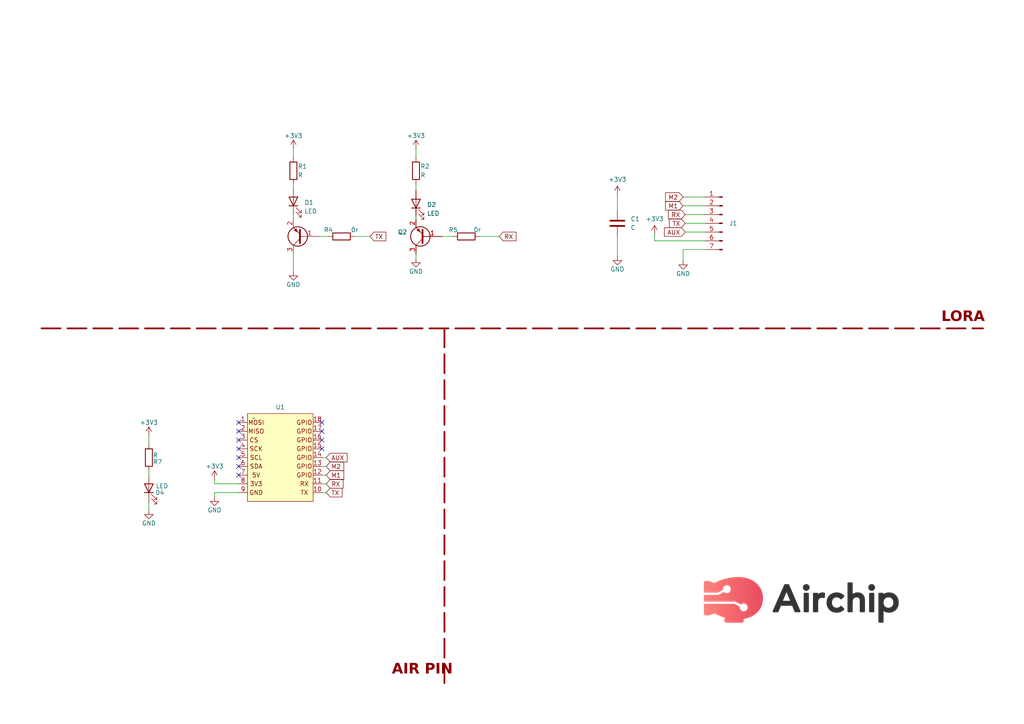
<source format=kicad_sch>
(kicad_sch (version 20230121) (generator eeschema)

  (uuid 1cc44aae-37f2-4bdc-827c-893f3f4ea2ba)

  (paper "A4")

  (lib_symbols
    (symbol "Connector:Conn_01x07_Pin" (pin_names (offset 1.016) hide) (in_bom yes) (on_board yes)
      (property "Reference" "J1" (at -1.905 0 0)
        (effects (font (size 1.27 1.27)) (justify right))
      )
      (property "Value" "Conn_01x07_Pin" (at -1.905 -1.27 0)
        (effects (font (size 1.27 1.27)) (justify right) hide)
      )
      (property "Footprint" "Connector_PinHeader_2.54mm:PinHeader_1x07_P2.54mm_Vertical" (at 0 11.43 0)
        (effects (font (size 1.27 1.27)) hide)
      )
      (property "Datasheet" "~" (at 0 0 0)
        (effects (font (size 1.27 1.27)) hide)
      )
      (property "ki_locked" "" (at 0 0 0)
        (effects (font (size 1.27 1.27)))
      )
      (property "ki_keywords" "connector" (at 0 0 0)
        (effects (font (size 1.27 1.27)) hide)
      )
      (property "ki_description" "Generic connector, single row, 01x07, script generated" (at 0 0 0)
        (effects (font (size 1.27 1.27)) hide)
      )
      (property "ki_fp_filters" "Connector*:*_1x??_*" (at 0 0 0)
        (effects (font (size 1.27 1.27)) hide)
      )
      (symbol "Conn_01x07_Pin_1_1"
        (polyline
          (pts
            (xy 1.27 -7.62)
            (xy 0.8636 -7.62)
          )
          (stroke (width 0.1524) (type default))
          (fill (type none))
        )
        (polyline
          (pts
            (xy 1.27 -5.08)
            (xy 0.8636 -5.08)
          )
          (stroke (width 0.1524) (type default))
          (fill (type none))
        )
        (polyline
          (pts
            (xy 1.27 -2.54)
            (xy 0.8636 -2.54)
          )
          (stroke (width 0.1524) (type default))
          (fill (type none))
        )
        (polyline
          (pts
            (xy 1.27 0)
            (xy 0.8636 0)
          )
          (stroke (width 0.1524) (type default))
          (fill (type none))
        )
        (polyline
          (pts
            (xy 1.27 2.54)
            (xy 0.8636 2.54)
          )
          (stroke (width 0.1524) (type default))
          (fill (type none))
        )
        (polyline
          (pts
            (xy 1.27 5.08)
            (xy 0.8636 5.08)
          )
          (stroke (width 0.1524) (type default))
          (fill (type none))
        )
        (polyline
          (pts
            (xy 1.27 7.62)
            (xy 0.8636 7.62)
          )
          (stroke (width 0.1524) (type default))
          (fill (type none))
        )
        (rectangle (start 0.8636 -7.493) (end 0 -7.747)
          (stroke (width 0.1524) (type default))
          (fill (type outline))
        )
        (rectangle (start 0.8636 -4.953) (end 0 -5.207)
          (stroke (width 0.1524) (type default))
          (fill (type outline))
        )
        (rectangle (start 0.8636 -2.413) (end 0 -2.667)
          (stroke (width 0.1524) (type default))
          (fill (type outline))
        )
        (rectangle (start 0.8636 0.127) (end 0 -0.127)
          (stroke (width 0.1524) (type default))
          (fill (type outline))
        )
        (rectangle (start 0.8636 2.667) (end 0 2.413)
          (stroke (width 0.1524) (type default))
          (fill (type outline))
        )
        (rectangle (start 0.8636 5.207) (end 0 4.953)
          (stroke (width 0.1524) (type default))
          (fill (type outline))
        )
        (rectangle (start 0.8636 7.747) (end 0 7.493)
          (stroke (width 0.1524) (type default))
          (fill (type outline))
        )
        (pin passive line (at 5.08 7.62 180) (length 3.81)
          (name "M0" (effects (font (size 1.27 1.27))))
          (number "1" (effects (font (size 1.27 1.27))))
        )
        (pin input line (at 5.08 5.08 180) (length 3.81)
          (name "M1" (effects (font (size 1.27 1.27))))
          (number "2" (effects (font (size 1.27 1.27))))
        )
        (pin passive line (at 5.08 2.54 180) (length 3.81)
          (name "RX" (effects (font (size 1.27 1.27))))
          (number "3" (effects (font (size 1.27 1.27))))
        )
        (pin passive line (at 5.08 0 180) (length 3.81)
          (name "TX" (effects (font (size 1.27 1.27))))
          (number "4" (effects (font (size 1.27 1.27))))
        )
        (pin passive line (at 5.08 -2.54 180) (length 3.81)
          (name "AUX" (effects (font (size 1.27 1.27))))
          (number "5" (effects (font (size 1.27 1.27))))
        )
        (pin passive line (at 5.08 -5.08 180) (length 3.81)
          (name "VCC" (effects (font (size 1.27 1.27))))
          (number "6" (effects (font (size 1.27 1.27))))
        )
        (pin passive line (at 5.08 -7.62 180) (length 3.81)
          (name "GND" (effects (font (size 1.27 1.27))))
          (number "7" (effects (font (size 1.27 1.27))))
        )
      )
    )
    (symbol "Device:C" (pin_numbers hide) (pin_names (offset 0.254)) (in_bom yes) (on_board yes)
      (property "Reference" "C" (at 0.635 2.54 0)
        (effects (font (size 1.27 1.27)) (justify left))
      )
      (property "Value" "C" (at 0.635 -2.54 0)
        (effects (font (size 1.27 1.27)) (justify left))
      )
      (property "Footprint" "" (at 0.9652 -3.81 0)
        (effects (font (size 1.27 1.27)) hide)
      )
      (property "Datasheet" "~" (at 0 0 0)
        (effects (font (size 1.27 1.27)) hide)
      )
      (property "ki_keywords" "cap capacitor" (at 0 0 0)
        (effects (font (size 1.27 1.27)) hide)
      )
      (property "ki_description" "Unpolarized capacitor" (at 0 0 0)
        (effects (font (size 1.27 1.27)) hide)
      )
      (property "ki_fp_filters" "C_*" (at 0 0 0)
        (effects (font (size 1.27 1.27)) hide)
      )
      (symbol "C_0_1"
        (polyline
          (pts
            (xy -2.032 -0.762)
            (xy 2.032 -0.762)
          )
          (stroke (width 0.508) (type default))
          (fill (type none))
        )
        (polyline
          (pts
            (xy -2.032 0.762)
            (xy 2.032 0.762)
          )
          (stroke (width 0.508) (type default))
          (fill (type none))
        )
      )
      (symbol "C_1_1"
        (pin passive line (at 0 3.81 270) (length 2.794)
          (name "~" (effects (font (size 1.27 1.27))))
          (number "1" (effects (font (size 1.27 1.27))))
        )
        (pin passive line (at 0 -3.81 90) (length 2.794)
          (name "~" (effects (font (size 1.27 1.27))))
          (number "2" (effects (font (size 1.27 1.27))))
        )
      )
    )
    (symbol "Device:LED" (pin_numbers hide) (pin_names (offset 1.016) hide) (in_bom yes) (on_board yes)
      (property "Reference" "D" (at 0 2.54 0)
        (effects (font (size 1.27 1.27)))
      )
      (property "Value" "LED" (at 0 -2.54 0)
        (effects (font (size 1.27 1.27)))
      )
      (property "Footprint" "" (at 0 0 0)
        (effects (font (size 1.27 1.27)) hide)
      )
      (property "Datasheet" "~" (at 0 0 0)
        (effects (font (size 1.27 1.27)) hide)
      )
      (property "ki_keywords" "LED diode" (at 0 0 0)
        (effects (font (size 1.27 1.27)) hide)
      )
      (property "ki_description" "Light emitting diode" (at 0 0 0)
        (effects (font (size 1.27 1.27)) hide)
      )
      (property "ki_fp_filters" "LED* LED_SMD:* LED_THT:*" (at 0 0 0)
        (effects (font (size 1.27 1.27)) hide)
      )
      (symbol "LED_0_1"
        (polyline
          (pts
            (xy -1.27 -1.27)
            (xy -1.27 1.27)
          )
          (stroke (width 0.254) (type default))
          (fill (type none))
        )
        (polyline
          (pts
            (xy -1.27 0)
            (xy 1.27 0)
          )
          (stroke (width 0) (type default))
          (fill (type none))
        )
        (polyline
          (pts
            (xy 1.27 -1.27)
            (xy 1.27 1.27)
            (xy -1.27 0)
            (xy 1.27 -1.27)
          )
          (stroke (width 0.254) (type default))
          (fill (type none))
        )
        (polyline
          (pts
            (xy -3.048 -0.762)
            (xy -4.572 -2.286)
            (xy -3.81 -2.286)
            (xy -4.572 -2.286)
            (xy -4.572 -1.524)
          )
          (stroke (width 0) (type default))
          (fill (type none))
        )
        (polyline
          (pts
            (xy -1.778 -0.762)
            (xy -3.302 -2.286)
            (xy -2.54 -2.286)
            (xy -3.302 -2.286)
            (xy -3.302 -1.524)
          )
          (stroke (width 0) (type default))
          (fill (type none))
        )
      )
      (symbol "LED_1_1"
        (pin passive line (at -3.81 0 0) (length 2.54)
          (name "K" (effects (font (size 1.27 1.27))))
          (number "1" (effects (font (size 1.27 1.27))))
        )
        (pin passive line (at 3.81 0 180) (length 2.54)
          (name "A" (effects (font (size 1.27 1.27))))
          (number "2" (effects (font (size 1.27 1.27))))
        )
      )
    )
    (symbol "Device:R" (pin_numbers hide) (pin_names (offset 0)) (in_bom yes) (on_board yes)
      (property "Reference" "R" (at 2.032 0 90)
        (effects (font (size 1.27 1.27)))
      )
      (property "Value" "R" (at 0 0 90)
        (effects (font (size 1.27 1.27)))
      )
      (property "Footprint" "" (at -1.778 0 90)
        (effects (font (size 1.27 1.27)) hide)
      )
      (property "Datasheet" "~" (at 0 0 0)
        (effects (font (size 1.27 1.27)) hide)
      )
      (property "ki_keywords" "R res resistor" (at 0 0 0)
        (effects (font (size 1.27 1.27)) hide)
      )
      (property "ki_description" "Resistor" (at 0 0 0)
        (effects (font (size 1.27 1.27)) hide)
      )
      (property "ki_fp_filters" "R_*" (at 0 0 0)
        (effects (font (size 1.27 1.27)) hide)
      )
      (symbol "R_0_1"
        (rectangle (start -1.016 -2.54) (end 1.016 2.54)
          (stroke (width 0.254) (type default))
          (fill (type none))
        )
      )
      (symbol "R_1_1"
        (pin passive line (at 0 3.81 270) (length 1.27)
          (name "~" (effects (font (size 1.27 1.27))))
          (number "1" (effects (font (size 1.27 1.27))))
        )
        (pin passive line (at 0 -3.81 90) (length 1.27)
          (name "~" (effects (font (size 1.27 1.27))))
          (number "2" (effects (font (size 1.27 1.27))))
        )
      )
    )
    (symbol "Transistor_BJT:MMBT3906" (pin_names (offset 0) hide) (in_bom yes) (on_board yes)
      (property "Reference" "Q" (at 5.08 1.905 0)
        (effects (font (size 1.27 1.27)) (justify left))
      )
      (property "Value" "MMBT3906" (at 5.08 0 0)
        (effects (font (size 1.27 1.27)) (justify left))
      )
      (property "Footprint" "Package_TO_SOT_SMD:SOT-23" (at 5.08 -1.905 0)
        (effects (font (size 1.27 1.27) italic) (justify left) hide)
      )
      (property "Datasheet" "https://www.onsemi.com/pub/Collateral/2N3906-D.PDF" (at 0 0 0)
        (effects (font (size 1.27 1.27)) (justify left) hide)
      )
      (property "ki_keywords" "PNP Transistor" (at 0 0 0)
        (effects (font (size 1.27 1.27)) hide)
      )
      (property "ki_description" "-0.2A Ic, -40V Vce, Small Signal PNP Transistor, SOT-23" (at 0 0 0)
        (effects (font (size 1.27 1.27)) hide)
      )
      (property "ki_fp_filters" "SOT?23*" (at 0 0 0)
        (effects (font (size 1.27 1.27)) hide)
      )
      (symbol "MMBT3906_0_1"
        (polyline
          (pts
            (xy 0.635 0.635)
            (xy 2.54 2.54)
          )
          (stroke (width 0) (type default))
          (fill (type none))
        )
        (polyline
          (pts
            (xy 0.635 -0.635)
            (xy 2.54 -2.54)
            (xy 2.54 -2.54)
          )
          (stroke (width 0) (type default))
          (fill (type none))
        )
        (polyline
          (pts
            (xy 0.635 1.905)
            (xy 0.635 -1.905)
            (xy 0.635 -1.905)
          )
          (stroke (width 0.508) (type default))
          (fill (type none))
        )
        (polyline
          (pts
            (xy 2.286 -1.778)
            (xy 1.778 -2.286)
            (xy 1.27 -1.27)
            (xy 2.286 -1.778)
            (xy 2.286 -1.778)
          )
          (stroke (width 0) (type default))
          (fill (type outline))
        )
        (circle (center 1.27 0) (radius 2.8194)
          (stroke (width 0.254) (type default))
          (fill (type none))
        )
      )
      (symbol "MMBT3906_1_1"
        (pin input line (at -5.08 0 0) (length 5.715)
          (name "B" (effects (font (size 1.27 1.27))))
          (number "1" (effects (font (size 1.27 1.27))))
        )
        (pin passive line (at 2.54 -5.08 90) (length 2.54)
          (name "E" (effects (font (size 1.27 1.27))))
          (number "2" (effects (font (size 1.27 1.27))))
        )
        (pin passive line (at 2.54 5.08 270) (length 2.54)
          (name "C" (effects (font (size 1.27 1.27))))
          (number "3" (effects (font (size 1.27 1.27))))
        )
      )
    )
    (symbol "moduler_pin:air" (in_bom yes) (on_board yes)
      (property "Reference" "U" (at 7.62 2.54 0)
        (effects (font (size 1.27 1.27)))
      )
      (property "Value" "" (at 0 0 0)
        (effects (font (size 1.27 1.27)))
      )
      (property "Footprint" "" (at 0 0 0)
        (effects (font (size 1.27 1.27)) hide)
      )
      (property "Datasheet" "" (at 0 0 0)
        (effects (font (size 1.27 1.27)) hide)
      )
      (symbol "air_1_1"
        (rectangle (start -1.905 1.27) (end 17.145 -24.13)
          (stroke (width 0) (type default))
          (fill (type background))
        )
        (text "3V3" (at 0.635 -19.05 0)
          (effects (font (size 1.27 1.27)))
        )
        (text "5V" (at 0.635 -16.51 0)
          (effects (font (size 1.27 1.27)))
        )
        (text "CS" (at 0 -6.35 0)
          (effects (font (size 1.27 1.27)))
        )
        (text "GND" (at 0.635 -21.59 0)
          (effects (font (size 1.27 1.27)))
        )
        (text "GPIO" (at 14.605 -16.51 0)
          (effects (font (size 1.27 1.27)))
        )
        (text "GPIO" (at 14.605 -13.97 0)
          (effects (font (size 1.27 1.27)))
        )
        (text "GPIO" (at 14.605 -11.43 0)
          (effects (font (size 1.27 1.27)))
        )
        (text "GPIO" (at 14.605 -8.89 0)
          (effects (font (size 1.27 1.27)))
        )
        (text "GPIO" (at 14.605 -6.35 0)
          (effects (font (size 1.27 1.27)))
        )
        (text "GPIO" (at 14.605 -3.81 0)
          (effects (font (size 1.27 1.27)))
        )
        (text "GPIO" (at 14.605 -1.27 0)
          (effects (font (size 1.27 1.27)))
        )
        (text "MISO" (at 0.635 -3.81 0)
          (effects (font (size 1.27 1.27)))
        )
        (text "MOSI" (at 0.635 -1.27 0)
          (effects (font (size 1.27 1.27)))
        )
        (text "RX" (at 14.605 -19.05 0)
          (effects (font (size 1.27 1.27)))
        )
        (text "SCK" (at 0.635 -8.89 0)
          (effects (font (size 1.27 1.27)))
        )
        (text "SCL" (at 0.635 -11.43 0)
          (effects (font (size 1.27 1.27)))
        )
        (text "SDA" (at 0.635 -13.97 0)
          (effects (font (size 1.27 1.27)))
        )
        (text "TX" (at 14.605 -21.59 0)
          (effects (font (size 1.27 1.27)))
        )
        (pin input line (at -4.445 -1.27 0) (length 2.54)
          (name "" (effects (font (size 1.27 1.27))))
          (number "1" (effects (font (size 1.27 1.27))))
        )
        (pin input line (at 19.685 -21.59 180) (length 2.54)
          (name "" (effects (font (size 1.27 1.27))))
          (number "10" (effects (font (size 1.27 1.27))))
        )
        (pin input line (at 19.685 -19.05 180) (length 2.54)
          (name "" (effects (font (size 1.27 1.27))))
          (number "11" (effects (font (size 1.27 1.27))))
        )
        (pin input line (at 19.685 -16.51 180) (length 2.54)
          (name "" (effects (font (size 1.27 1.27))))
          (number "12" (effects (font (size 1.27 1.27))))
        )
        (pin input line (at 19.685 -13.97 180) (length 2.54)
          (name "" (effects (font (size 1.27 1.27))))
          (number "13" (effects (font (size 1.27 1.27))))
        )
        (pin input line (at 19.685 -11.43 180) (length 2.54)
          (name "" (effects (font (size 1.27 1.27))))
          (number "14" (effects (font (size 1.27 1.27))))
        )
        (pin input line (at 19.685 -8.89 180) (length 2.54)
          (name "" (effects (font (size 1.27 1.27))))
          (number "15" (effects (font (size 1.27 1.27))))
        )
        (pin input line (at 19.685 -6.35 180) (length 2.54)
          (name "" (effects (font (size 1.27 1.27))))
          (number "16" (effects (font (size 1.27 1.27))))
        )
        (pin input line (at 19.685 -3.81 180) (length 2.54)
          (name "" (effects (font (size 1.27 1.27))))
          (number "17" (effects (font (size 1.27 1.27))))
        )
        (pin input line (at 19.685 -1.27 180) (length 2.54)
          (name "" (effects (font (size 1.27 1.27))))
          (number "18" (effects (font (size 1.27 1.27))))
        )
        (pin input line (at -4.445 -3.81 0) (length 2.54)
          (name "" (effects (font (size 1.27 1.27))))
          (number "2" (effects (font (size 1.27 1.27))))
        )
        (pin input line (at -4.445 -6.35 0) (length 2.54)
          (name "" (effects (font (size 1.27 1.27))))
          (number "3" (effects (font (size 1.27 1.27))))
        )
        (pin input line (at -4.445 -8.89 0) (length 2.54)
          (name "" (effects (font (size 1.27 1.27))))
          (number "4" (effects (font (size 1.27 1.27))))
        )
        (pin input line (at -4.445 -11.43 0) (length 2.54)
          (name "" (effects (font (size 1.27 1.27))))
          (number "5" (effects (font (size 1.27 1.27))))
        )
        (pin input line (at -4.445 -13.97 0) (length 2.54)
          (name "" (effects (font (size 1.27 1.27))))
          (number "6" (effects (font (size 1.27 1.27))))
        )
        (pin input line (at -4.445 -16.51 0) (length 2.54)
          (name "" (effects (font (size 1.27 1.27))))
          (number "7" (effects (font (size 1.27 1.27))))
        )
        (pin input line (at -4.445 -19.05 0) (length 2.54)
          (name "" (effects (font (size 1.27 1.27))))
          (number "8" (effects (font (size 1.27 1.27))))
        )
        (pin input line (at -4.445 -21.59 0) (length 2.54)
          (name "" (effects (font (size 1.27 1.27))))
          (number "9" (effects (font (size 1.27 1.27))))
        )
      )
    )
    (symbol "power:+3V3" (power) (pin_names (offset 0)) (in_bom yes) (on_board yes)
      (property "Reference" "#PWR" (at 0 -3.81 0)
        (effects (font (size 1.27 1.27)) hide)
      )
      (property "Value" "+3V3" (at 0 3.556 0)
        (effects (font (size 1.27 1.27)))
      )
      (property "Footprint" "" (at 0 0 0)
        (effects (font (size 1.27 1.27)) hide)
      )
      (property "Datasheet" "" (at 0 0 0)
        (effects (font (size 1.27 1.27)) hide)
      )
      (property "ki_keywords" "global power" (at 0 0 0)
        (effects (font (size 1.27 1.27)) hide)
      )
      (property "ki_description" "Power symbol creates a global label with name \"+3V3\"" (at 0 0 0)
        (effects (font (size 1.27 1.27)) hide)
      )
      (symbol "+3V3_0_1"
        (polyline
          (pts
            (xy -0.762 1.27)
            (xy 0 2.54)
          )
          (stroke (width 0) (type default))
          (fill (type none))
        )
        (polyline
          (pts
            (xy 0 0)
            (xy 0 2.54)
          )
          (stroke (width 0) (type default))
          (fill (type none))
        )
        (polyline
          (pts
            (xy 0 2.54)
            (xy 0.762 1.27)
          )
          (stroke (width 0) (type default))
          (fill (type none))
        )
      )
      (symbol "+3V3_1_1"
        (pin power_in line (at 0 0 90) (length 0) hide
          (name "+3V3" (effects (font (size 1.27 1.27))))
          (number "1" (effects (font (size 1.27 1.27))))
        )
      )
    )
    (symbol "power:GND" (power) (pin_names (offset 0)) (in_bom yes) (on_board yes)
      (property "Reference" "#PWR" (at 0 -6.35 0)
        (effects (font (size 1.27 1.27)) hide)
      )
      (property "Value" "GND" (at 0 -3.81 0)
        (effects (font (size 1.27 1.27)))
      )
      (property "Footprint" "" (at 0 0 0)
        (effects (font (size 1.27 1.27)) hide)
      )
      (property "Datasheet" "" (at 0 0 0)
        (effects (font (size 1.27 1.27)) hide)
      )
      (property "ki_keywords" "global power" (at 0 0 0)
        (effects (font (size 1.27 1.27)) hide)
      )
      (property "ki_description" "Power symbol creates a global label with name \"GND\" , ground" (at 0 0 0)
        (effects (font (size 1.27 1.27)) hide)
      )
      (symbol "GND_0_1"
        (polyline
          (pts
            (xy 0 0)
            (xy 0 -1.27)
            (xy 1.27 -1.27)
            (xy 0 -2.54)
            (xy -1.27 -1.27)
            (xy 0 -1.27)
          )
          (stroke (width 0) (type default))
          (fill (type none))
        )
      )
      (symbol "GND_1_1"
        (pin power_in line (at 0 0 270) (length 0) hide
          (name "GND" (effects (font (size 1.27 1.27))))
          (number "1" (effects (font (size 1.27 1.27))))
        )
      )
    )
  )


  (no_connect (at 69.215 135.255) (uuid 0410af1b-1b09-4ade-9b94-17bb79cc5dcd))
  (no_connect (at 69.215 125.095) (uuid 1cfc4c2f-12af-4e5b-a2b2-ab504b860be7))
  (no_connect (at 93.345 130.175) (uuid 3ad9274a-043f-4887-9632-14a3659bae56))
  (no_connect (at 69.215 122.555) (uuid 3fd90506-1478-459a-bb86-4dce74551a1c))
  (no_connect (at 69.215 127.635) (uuid 7ad4adf9-029c-4995-8a43-c51515649660))
  (no_connect (at 93.345 122.555) (uuid 8be7c30d-f003-4c8d-bf10-9f963491d6a8))
  (no_connect (at 69.215 132.715) (uuid 909f3ee8-aefd-442e-9496-45435a7e12c3))
  (no_connect (at 69.215 137.795) (uuid c0098017-bed9-4e6b-a3d7-25a5baf2a427))
  (no_connect (at 93.345 125.095) (uuid e66e6523-5d16-4a53-a64c-7215f326d593))
  (no_connect (at 93.345 127.635) (uuid ebd0a0f7-22cf-4bda-8644-2b3efe01818c))
  (no_connect (at 69.215 130.175) (uuid f869b56c-f895-4eaa-8597-10c51601b7b6))

  (wire (pts (xy 94.615 137.795) (xy 93.345 137.795))
    (stroke (width 0) (type default))
    (uuid 082cb7a2-bc7f-4c65-9b73-0a6c9a83e0ba)
  )
  (wire (pts (xy 198.755 67.31) (xy 204.47 67.31))
    (stroke (width 0) (type default))
    (uuid 09524acc-1114-4641-bacc-16efaea7df3d)
  )
  (wire (pts (xy 62.23 139.065) (xy 62.23 140.335))
    (stroke (width 0) (type default))
    (uuid 0c450bb4-1b8b-4908-a4db-d38e598e4534)
  )
  (wire (pts (xy 94.615 142.875) (xy 93.345 142.875))
    (stroke (width 0) (type default))
    (uuid 12594a6e-f378-42d0-a272-9b0c4bb5a9a8)
  )
  (wire (pts (xy 43.18 128.905) (xy 43.18 126.365))
    (stroke (width 0) (type default))
    (uuid 1d50af7f-2d29-4b09-85b6-eb6d385c28bb)
  )
  (wire (pts (xy 62.23 144.145) (xy 62.23 142.875))
    (stroke (width 0) (type default))
    (uuid 1d708523-a70f-4c66-bab5-50305522e96f)
  )
  (wire (pts (xy 62.23 140.335) (xy 69.215 140.335))
    (stroke (width 0) (type default))
    (uuid 30e870c8-86c3-429a-ae5a-e3db3d42dfea)
  )
  (wire (pts (xy 120.65 43.18) (xy 120.65 45.72))
    (stroke (width 0) (type default))
    (uuid 49580e08-5aea-421c-93e3-a0f8160375fa)
  )
  (wire (pts (xy 198.12 57.15) (xy 204.47 57.15))
    (stroke (width 0) (type default))
    (uuid 4fc5ebfc-1a4a-4672-bbfe-903f6a9e9146)
  )
  (wire (pts (xy 120.65 73.66) (xy 120.65 74.93))
    (stroke (width 0) (type default))
    (uuid 54e9f9f1-af69-4a74-9294-bc6954287c9e)
  )
  (wire (pts (xy 120.65 62.865) (xy 120.65 63.5))
    (stroke (width 0) (type default))
    (uuid 598e20c2-1fae-4563-98e0-8fca8619e013)
  )
  (wire (pts (xy 94.615 132.715) (xy 93.345 132.715))
    (stroke (width 0) (type default))
    (uuid 5a810799-4b52-4add-a120-dfcf070727ec)
  )
  (wire (pts (xy 92.71 68.58) (xy 95.25 68.58))
    (stroke (width 0) (type default))
    (uuid 66a061cf-d1d0-448f-b9fd-6c95316f37e3)
  )
  (wire (pts (xy 198.755 64.77) (xy 204.47 64.77))
    (stroke (width 0) (type default))
    (uuid 76a955df-a75d-4234-a2bf-b3fdda0555c5)
  )
  (wire (pts (xy 189.865 69.85) (xy 204.47 69.85))
    (stroke (width 0) (type default))
    (uuid 77647124-bf95-4cad-979c-5c666b04a065)
  )
  (wire (pts (xy 179.07 68.58) (xy 179.07 74.295))
    (stroke (width 0) (type default))
    (uuid 7e0b0f57-7e27-4c5a-b90b-2fe99c26bb13)
  )
  (wire (pts (xy 85.09 43.18) (xy 85.09 45.72))
    (stroke (width 0) (type default))
    (uuid 826f64dd-59df-4262-9030-9e2841262f8b)
  )
  (wire (pts (xy 198.12 75.565) (xy 198.12 72.39))
    (stroke (width 0) (type default))
    (uuid 92b69a61-7a06-46f8-816b-790be7cf657e)
  )
  (wire (pts (xy 102.87 68.58) (xy 107.315 68.58))
    (stroke (width 0) (type default))
    (uuid 9b0e27b5-6bb1-4568-965c-4ab4c6b0d910)
  )
  (wire (pts (xy 43.18 147.955) (xy 43.18 145.415))
    (stroke (width 0) (type default))
    (uuid 9eb945e6-a4bc-4567-b8f6-a08bfbf71084)
  )
  (wire (pts (xy 120.65 53.34) (xy 120.65 55.245))
    (stroke (width 0) (type default))
    (uuid 9f33f86b-fe62-40f7-b5a5-4b9d2a1f68cd)
  )
  (wire (pts (xy 94.615 135.255) (xy 93.345 135.255))
    (stroke (width 0) (type default))
    (uuid a0332182-651a-440a-8f30-06f392f9078e)
  )
  (wire (pts (xy 198.755 62.23) (xy 204.47 62.23))
    (stroke (width 0) (type default))
    (uuid a91ccd28-5fc8-4c43-a9ee-cf6a6514c011)
  )
  (wire (pts (xy 139.065 68.58) (xy 144.78 68.58))
    (stroke (width 0) (type default))
    (uuid a9cd1934-17c5-44d3-8fd4-86e725dc7387)
  )
  (polyline (pts (xy 12.065 95.25) (xy 285.115 95.25))
    (stroke (width 0.5) (type dash) (color 132 0 0 1))
    (uuid a9e641ba-f8af-4ae6-b85b-325b7016a25f)
  )

  (wire (pts (xy 198.12 59.69) (xy 204.47 59.69))
    (stroke (width 0) (type default))
    (uuid ae3b3238-72be-4c19-8904-e35c0653f689)
  )
  (wire (pts (xy 198.12 72.39) (xy 204.47 72.39))
    (stroke (width 0) (type default))
    (uuid aec83e8b-2749-45dc-a6a1-8dad297009ea)
  )
  (wire (pts (xy 85.09 63.5) (xy 85.09 62.23))
    (stroke (width 0) (type default))
    (uuid b0281658-b2ef-4a1a-95e4-78610806aade)
  )
  (wire (pts (xy 128.27 68.58) (xy 131.445 68.58))
    (stroke (width 0) (type default))
    (uuid b11a51ca-505b-4f9e-8bc9-34efaedb5b2d)
  )
  (wire (pts (xy 85.09 53.34) (xy 85.09 54.61))
    (stroke (width 0) (type default))
    (uuid c4a3bf32-caa1-43a5-92b8-9737a2f376b2)
  )
  (wire (pts (xy 62.23 142.875) (xy 69.215 142.875))
    (stroke (width 0) (type default))
    (uuid c9b3dd55-8064-48e2-b25b-9fbbcf5a0915)
  )
  (polyline (pts (xy 128.905 95.25) (xy 128.905 198.12))
    (stroke (width 0.5) (type dash) (color 132 0 0 1))
    (uuid d5cbaf20-0a79-4312-8ec7-fc1db912675c)
  )

  (wire (pts (xy 94.615 140.335) (xy 93.345 140.335))
    (stroke (width 0) (type default))
    (uuid d5fad40a-c6eb-417e-b514-583a814f6d52)
  )
  (wire (pts (xy 179.07 56.515) (xy 179.07 60.96))
    (stroke (width 0) (type default))
    (uuid e14296a7-86af-4107-8c46-bde40f140e25)
  )
  (wire (pts (xy 189.865 67.945) (xy 189.865 69.85))
    (stroke (width 0) (type default))
    (uuid e2ed1e26-ec24-4e2f-9611-c9d7b25ce29e)
  )
  (wire (pts (xy 85.09 73.66) (xy 85.09 78.74))
    (stroke (width 0) (type default))
    (uuid e87fbb89-8bbb-42d2-a32c-ce8e7c785769)
  )
  (wire (pts (xy 43.18 137.795) (xy 43.18 136.525))
    (stroke (width 0) (type default))
    (uuid ffa3426d-a112-4cb0-95a3-7ae6fcc682f0)
  )

  (image (at 232.41 173.99) (scale 0.333761)
    (uuid 8371e868-b73a-412e-8eca-b9ef3d54be9d)
    (data
      iVBORw0KGgoAAAANSUhEUgAAB9AAAAHVCAYAAACpJWDwAAAABHNCSVQICAgIfAhkiAAAIABJREFU
      eJzs3XeYnGW9//F3SEKyCS0hARUVBCSKYvuiqKiAokRasKAeRUn4WSghFUTNsYAiICGNA6gQEBso
      TfEg6hFE8KjouRFsIAgiiEJCEwhJKJnfH88sKdtmdmfmnvJ+XddcuzzPPfd8dpjMzj6fpwxDkjrQ
      ox+ZPhzYnBKbA5sDW5S/dt82BbqATSkxFugqwSbl5SOBzYqZSpsAI4CNgTHFIjYFNuo3QKnXpSuB
      J8oDHgWeLsHjwBOUeILi+5XACuAx4N/l77tvD5eXPUiJh4AHgYc2P//MFZU+L5IkSZIkSZIkSZ1s
      WO4AklQLj3706E2BZ1NiIvAcYCKw5Tpft4TS+PL3W1GU4X0V2esrrfel95UDLKp+TGn9YZXM2ff8
      TwIPQel+4F5gObAMuJcS3cvuA+4G7tv862c9XeWjSZIkSZIkSZIktQULdElN7bGPHb0J8FxKbAPP
      3J4LbFOCZwFbU3wdDQxQNA+t7G7hAr3vhT0XPV0qCvV/lG/3UBTrdwJ3UOLOLb5x1oNVppEkSZIk
      SZIkSWoJFuiSsnnsYzOGUZTf2wLbQWnb8vfdt+fRfar0SntqC/R+xleWtYKn8BHgb8CdULoduLV8
      u22Lb3z5H1XllCRJkiRJkiRJaiIW6JLq6rHDZ4wCdijftn/m+xI7AC+guHZ4WT/VrQV6depboPe3
      YAUlbgP+AtwC/An4I3DbFt/88lP9TS1JkiRJkiRJkpSbBbqkIVtxxIzhJXg+8CJgJ0pMAiYBO1Gc
      br2nattvC/Tq5CvQ+5rgSYpC/Q/An4GbgN9t8c0v39Pfw0mSJEmSJEmSJDWSBbqkiq04YubGFCX5
      zlDaGXgp8EJgp9K6R5IPukC2QN9wQBsV6H1ZTokbgN+VKL4Ct4/71per/YklSZIkSZIkSZKGzAJd
      Ug8rjpw5HNgReDnwUkq8FNi5vGx4MWr9frPU53/0wQK9ogEdUKD39vw+BKXfAL8Grgd+M+5bX3mg
      ylklSZIkSZIkSZKqZoEudbgVR84cR1GUvxx4WfnrzkDXM4MqKGMt0Ac350ADOrRA722S2yhxPfAL
      4FrglnHf/opHqUuSJEmSJEmSpJqyQJc6yIqjZj4LCOAVQFBiV+B5A97RAr2foRbo1U3Q95wDFOgb
      Lrof+F/gOopC/Xfjvv2Vp6p8ZEmSJEmSJEmSpPVYoEttasVRs7YCXg2l3Vhbmj9nvUGVFp0W6P0M
      tUCvboK+56yyQN/QI8DPgauAqyjxp3EXeIS6JEmSJEmSJEmqjgW61AYenz5rLMUR5bsBrwZeU4Jt
      i7XVldKVj7NAr8WcAw2wQB/kvCXuo7tMhx+Nu+Ar/6wylSRJkiRJkiRJ6kAW6FILenz6rB2B1wOv
      A3YHXgJstG7BWOrlux4s0C3Q27dA39BNULoCuBL41bgLvvp0FbNJkiRJkiRJkqQOYYEuNbnHp88a
      TXFUeXdh/npgYq+DLdAt0Psd39EF+roLHwZ+AlxeKnHF+Au/+nAVM0uSJEmSJEmSpDZmgS41mceP
      nrUZRUn+Jkq8CdgVGFXRnS3QLdD7HW+B3mNJiacorp3+PeD74y/86t1VPIokSZIkSZIkSWozFuhS
      Zo8fPXs88CZgTyi9AXglsBEwpNLUAn0ok/Q+xgK9t5UtX6BvKAEXAxeNv/Crt1fxiJIkSZIkSZIk
      qQ1YoEsN9viM2ZsDb6TEXsBbgJfxzL/FDdo8C/R+V1mgVzu/BXqPJf3PeQNwEXDB+Au/+vcqHl2S
      JEmSJEmSJLUoC3SpzlbOmD26BG+kKMv3ojgl+0YVFXwW6P2uskCvdn4L9B5LKp/zeuACSlww/jtf
      XVZFEkmSJEmSJEmS1EIs0KUaWzlj9jCKo8rfVr69oQSjewy0QK8ukAV6dSzQK1pYRYHePcVTwP8A
      3wC+N/47X11Z5QySJEmSJEmSJKmJWaBLNbBy5uxnUWIfisL8rcDEdddXXvRaoFcz3gK92vkt0Hss
      Gdrz+ihwMZTOG/+ds6+rciZJkiRJkiRJktSELNClQVg5c/Zw4HXAZGBf4JVV99QW6NUFskCvjgV6
      RQuHWKCvu/BW4Bzg/PHfOdtTvEuSJEmSJEmS1KIs0KUKrZw5ZyLw9uJWmgxssd4AC/Tq5rVAr2iA
      Bfog5218gd7tKeByYCnwo/HfOXtNlY8gSZIkSZIkSZIyskCX+rFy1pyXAAdS4gDgtTzzb6a6cs8C
      fXBzDrTKAr3a+S3Qeyyp1/NauIMSZwHnjv/u2Q9W+UiSJEmSJEmSJCkDC3RpHStnzRkJvAk4AJgC
      bAcMuTS0QB/cnAOtskCvdn4L9B5L6lugd69aBVwInDH+u2f/X5WPKEmSJEmSJEmSGsgCXR1v5aw5
      YyhOzX4QRXG+eY9BFugDLrRAH9ycAw2wQB/kvM1VoK/r1yVYAFy25XfPfqrKR5ckSZIkSZIkSXVm
      ga6OtHLWnPHAfsA7gcnA6H7vYIE+4EIL9MHNOdAAC/RBztu8BXr3or8Di4ClW3737EerTCFJkiRJ
      kiRJkurEAl0dY+XsOVtRFObvosSewIiK72yBPuBCC/TBzTnQAAv0Qc7b/AV6t0cocTawaMuLzv5H
      lWkkSZIkSZIkSVKNWaCrra2aPXc8lN4BHFyCvYHhQA3KSAt0C/TazDnQAAv0Qc7bOgV694IngfOB
      U7a86Oy/VplKkiRJkiRJkiTViAW62k5RmvMO4GDgLVAaAYMoePsdb4FugV6bOQcaYIE+yHlbr0Dv
      tga4CEonbXnROTdVF06SJEmSJEmSJA2VBbrawqo5c7uAAynxfoprmm+8du0GRWSP/6iABfqACy3Q
      BzfnQAMs0Ac5b+sW6Osu/D5w/JYXnfO7irJJkiRJkiRJkqQhs0BXy1o1Z+4IitOyf4DiiPOx/ZVb
      FuiVZqh0nAV6LeYcaIAF+iDnbY8CvZtFuiRJkiRJkiRJDWKBrpazas7cXYEPAe8DJq630gK9l28t
      0KufpPcxFui9rbRAb0CB3u0y4D+3vOicP/f9gJIkSZIkSZIkaSgs0NUSVs2Zuw3FkeaHAjv3OdAC
      vZdvLdCrn6T3MRbova20QG9ggV6sKPFN4DNbXnzOnX0/sCRJkiRJkiRJGgwLdDWtVXPnjqHEQRSl
      +d7ARgPeyQK9l28t0KufpPcxFui9rbRAb3CB3r3qSeAM4MQtLz7n/r4HS5IkSZIkSZKkaligq+ms
      mjs3gP8HvJ8Sm1d1Zwv0Xr61QK9+kt7HWKD3ttICPVOB3u0R4FRgwZYXn/N433eSJEmSJEmSJEmV
      sEBXU1g195hxUDqEojh/+TMralhuWaBXmqHScRbotZhzoAEW6IOct3MK9G73AMcB397y4nOq/akk
      SZIkSZIkSVKZBbqyWTX3mGHAHsBHgXdCaVSPQRbo1bFAt0Dvd7wFeo8l7VOgd7semLXlxef8ut9R
      kiRJkiRJkiSpVxboarjVxxwzHvhQqcTHgBetXVO7Iq63hRbolWaodJwFei3mHGiABfog5+3cAr3b
      tynx8S0vOeeeikZLkiRJkiRJkiTAAl0NtPqYY14LHA68B+jqWVxZoFugW6BvOMACfZDzWqBDiceA
      40uwaMIl5zxV4b0kSZIkSZIkSepoQyrQ1xz/qS1KJV4KTAK2ADZdZ/VqYOUG3z9MiVXl7x8CHgAe
      HH78F1eitrT6mGO6gPcDR7Putc3prbiyQLdAt0DfcIAF+iDntUBf93n9E3DUhEvO+XmF95QkSZIk
      SZIkqWNVXaCvOf5TOwAfBPYHXlUqVTlH70XBKuBBYBlwLyXuBu4F/gncDdwJ/G34CSc9Xm1e5bH6
      mGO2A44EPgyM622MBXoFCy3Q+11lgV7t/BboPZZ0RoHe7ZvA3AmXnLOswhkkSZIkSZIkSeo4FZff
      a46ftxuU/pOiOH9GXcqHvue8F7ijBHcAtwA3A3+mxO0jPn/Sk1UmUY2tPuaYYcCewAzgQGCj/sZb
      oFew0AK931UW6NXOb4HeY0lnFehQ7Kw2F0rnT7hkabU/vSRJkiRJkiRJbW/AAn3N8fMmAqcChzas
      fBhgzl7Kh6eAW4Eby7ffQemGEZ8/+cEq02kQVh97zCjgEErMBl5S6f0s0CtYaIHe7yoL9Grnt0Dv
      saTzCvTulVcBH51wydI7KpxNkiRJkiRJkqSO0G+Bvub4eXsAFwDPLpY0bYHe16i7gV+Xb78Cbhjx
      +ZNXDxxSlVh97DETKE7TfhSwVbWlmQV6BQst0PtdZYFe7fwW6D2WdG6BDrAS+AywcMIlS5+ucFZJ
      kiRJkiRJktpanwX6muPnTQWWst5puFuuQN/QE8ANlPg5cA3wixFfOPmx/h9NG1p97LEvgtJs4EPA
      6GdWWKBXfvdKF1qg97vKAr3a+S3Qeyzp7AK92/XAoRMuWfqXCmeWJEmSJEmSJKlt9Vqgrzlh3uGU
      OKvnmpYv0Ddc9TTwf8DVwI+BX474wsleS70Pq4899nXAJ4H9odTztWOBXvndK11ogd7vKgv0aue3
      QO+xxAK920pKfApYMuHSpWsqfARJkiRJkiRJktpOjxJ0zQnz3gV8l9K6R553a7sCfUOPAj+lKNN/
      OOILJ9/df5L2t/rYY4cBkymK8zeuXTP00swCvYKFFuj9rrJAr3Z+C/QeSyzQN1x0LTB1wqVL/1bh
      o0iSJEmSJEmS1FbWK9DXnDDvhcDvgLFZy4d8BfqG424AvleC74088eQ/VHivtrD648eOoMTBwCeA
      l/UcYYFe2WP3s8oCvbpAFujVsUCvaKEFeq+LHgOmT7h06fkVPpIkSZIkSZIkSW3jmQJ9zQnzhgO/
      BnYF8pYPzVOgr/vlDihdClw48sRTUoUztJzVHz92Y+CDwCcpsUPfIy3QK3vsflZZoFcXyAK9Ohbo
      FS20QO930XeAwydcuvThCh9RkiRJkiRJkqSWt26BfhTwX8+ssUDvpXx45rvbKIqFb4888ZSbK5yt
      qZWL88OATwHPA+pTRK473AJ94IUW6P2uskCvdn4L9B5LLNAHmvcu4JAJly69rsJHlSRJkiRJkiSp
      pQ0DWHPCvC7gb8DWz6yxQO+vQF/X74CvUZTp91c4c9N44uPHdgEfKcExdBfn3SzQ+xlvgW6BXps5
      BxpggT7IeS3Qa/m6XQN8Hvj8hEuXPl3ho0uSJEmSJEmS1JK6C/TpwOnrrbFAr7RA7/YkJS6nKNOv
      HPnFU5q6ZHiiOOL8YxRHnD+rYUXkusMt0AdeaIHe7yoL9Grnt0DvscQCvZp5r6bEByZctvTeChNI
      kiRJkiRJktRyugv03wGvWG+NBXq1Bfq6q/8BnA2cPfKLp/yrwkdriCeOO3YEJaYBn2adI84t0Kud
      1wLdAr02cw40wAJ9kPNaoNfrdXsf8N4Jly39eYUpJEmSJEmSJElqKcPWnDBvEnBLjzUW6EMp0Ls9
      BXwfOHPkF0+5usJHrYsnjjt2I+AQ4DOU2GHD9Rbo1c5rgW6BXps5BxpggT7IeS3Q6/m6XQN8Fjhx
      wmVLq30GJUmSJEmSJElqasN6PX07WKCvM24IBfq6/gAsoMS3R550yhMVJqiJJ4479h3AicCLgbxF
      5LrDLdAHXmiB3u8qC/Rq57dA77HEAr26edcf8wPgkAmXLX2kwkSSJEmSJDWliBgBvACYAIzKHKfb
      CuDelNLduYNIktRphq05Yd4FwPt6rLFAr3WB3j3mPuC/gC+PPOmU+ytMMihPHPfxNwCnQOn1G2To
      JVYvLND7GW+BboFemzkHGmCBPsh5LdAb9br9C3DQhMuW9jyTjSRJkiRJTS4i9gSmA5OBsXnT9Ole
      4BJgUUrpr7nDSJLUCYatOWHejcDLe6yxQK9Xgd5tBXAOcOrIk065p8JEFXniuI/vDJwMHNBrMAt0
      C/Rq57dA72eoBXp1E/Q9pwX64Ofsb1wDXrePAodOuGzpZZUFkyRJkiQpr4gYT7Ft9h25s1ThSeAk
      4ISU0tO5w0iS1M6GrTlh3oPAuB5rLNDrXaB3exJK5wGnjjzpS0Pag/CJ4z6+HfBp4FBgeJ8PaoFu
      gV7t/Bbo/Qy1QK9ugr7ntEAf/Jz9jWvc67b0WeDzEy47t9pnVZIkSZKkhomI5wI/A3bMnWWQvge8
      J6X0ZO4gkiS1q2FrTphX8bZ1C/S6FOjdC9cAl1Oc3v1nI0/60poKZuOJT3x8I2B3SnwY+ADrFed9
      PKgFugV6tfNboPcz1AK9ugn6ntMCffBz9jeugQU6wIXAtAmXnbuqgtkkSZIkSWqoiOgCrgd2yZ1l
      iM5KKR2ZO4QkSe3KAr2CB2pQgb6uB0rwI+CXlLgFuJPilO9PABOArYGXArsB+wDPrqrxskC3QK92
      fgv0foZaoFc3Qd9zWqAPfs7+xjW4QAe4vgQHTbzs3HsrmFGSJEmSpIaJiJOAT+TOUSN7p5Suyh1C
      kqR2ZIFewQNlKNCrL80s0PsZb4FeyfhK5+1roQX64OYcaIAF+iDntUDPWaBTgruAAyZedu7vK5hV
      kiRJkqS6i4hxwN3A2NxZauR/U0pvyB1CkqR2tFHuAJIkqe08H7hu+UGH7Z07iCRJkiRJZe+mfcpz
      gN0jYvvcISRJakcW6JIkqR42A364/KDDDskdRJIkSZIk4E25A9TBHrkDSJLUjizQJUlSvYwEvrH8
      oMPa5fpykiRJkqTWtWPuAHXwgtwBJElqRxbokiSp3k5aftBhpy8/6LBhuYNIkiRJkjpWV+4AdbBZ
      7gCSJLUjC3RJktQI0ymORh+RO4gkSZIkSZIkSX2xQJckSY3yAeDS5Qcd1o57/UuSJEmSJEmS2oAF
      uiRJaqQDgCuWH3TY5rmDSJIkSZIkSZK0IQt0SZLUaHsBP7FElyRJkiRJkiQ1Gwt0SZKUw2uwRJck
      SZIkSZIkNRkLdEmSlMtrgGuWTzlsYu4gkiRJkiRJkiSBBbokScrrFcDVluiSJEmSJEmSpGYwIncA
      SZLU8V5KUaK/ceL3z304dxhJklSZiNgaeBEwCdgR2AzYpHwDeKx8ewS4DbgVuCWldF/j00qSJKmV
      RcSmwE4Unz93AsYDmwJblIesZu1nz7uAvwC3AH9PKT3d8MCSWpoFuiRJagYvBX68fMphb5v4/XP/
      nTuMpPYSEeOA/wAmA7sA4/ImesYqig07vwC+lVJKmfNI/YqI5wBvA/YE9ga2GeQ89wA/Ba4BfpxS
      +leNIkqSJKlNRMRYYC/gLeWvLwOGDWKqRyPiWuBq4Kcppd/XLqWkdjVszQnzSr2u6XVpz4Wl3u/d
      t0rmHWDOHqsrzFrp/BuOK224YCjzVvq8VjPngOMGfn6rfQorn6SfGSr5H1nD11dpwHHVzFtd1sqf
      3+r+LfR394pet0N6fZX6/q8a/lvob1XDXrc93gtqN+dAA6p+L+h3fGVZq3sKa/fvtp9XVPXz5vwd
      NsCqfL/DBphkyK/bXt51Bvce87/A2yZ+/9zHK7y3JPUpIoYBc4BPA5tnjlOJK4DpKaU7cweRukXE
      JsA7gA9RbLwczEbL/pQoyvRvAJemlFbUeH5JkgCIiBuBl+fOUWOLU0qzcoeQaiUiNqLYWfNDwLtY
      e2ajWroZ+DrwzZTSP+owv6Q24DXQJUlSM9kd+O/lUw7ryh1EUmuLiDHAfwPzaY3yHGA/4IaI2Ct3
      ECkiJkTEicA/KDYw7k3ty3PKc761/Bj3RMQXImJCHR5HkiRJTSoiRkbEVIpTrl8FHEp9ynOAFwMn
      AXdFxIURsUudHkdSC7NAlyRJzWYv4ILlUw4bnjuIpNZUPvL8ImDf3FkGYRxweUS029FRahERsUVE
      zAfuBD5FY3dA2RyYB9wZEadGxBYD3UGSJEmtKyI2iogPA7cD5wEvbODDDwPeC/w+Ir4XES9u4GNL
      anIW6JIkqRlNAb66fMq0ehzpJqn9HUVrlufdNgEujIiNcwdR54iIYRFxKHAbMBcYmzHOWOAY4LZy
      JkmSJLWZiNgV+C1wNvC8zHGmAH+IiNPK116X1OEs0CVJUrM6DDgxdwhJrSUiNgU+lztHDbyI4n1Q
      qruIeDZwJfA1oJlOnz4B+FpEXFnOKEmSpBZXPl37F4FfA6/KnWcdw4E5wB8jYvfcYSTlZYEuSZKa
      2SeXT5k2K3cISS3l/wFb5g5RI3Mjwr/ZVFcR8RbgJmCf3Fn6MRm4KSLenDuIJEmSBi8ingtcB3yS
      orBuRtsB10bEJ8uXB5PUgdwYI0mSmt3C5VOmvTt3CEnNLyKGAzNz56ihHSmKQ6kuIuJo4CfAxNxZ
      KjAR+J+ImJ47iCRJkqoXEbsBCdgtd5YKbAR8EfhORHTlDiOp8SzQJUlSK/jG8inTXpc7hKSmN4Xi
      aIF2MiN3ALWf8vXOvwQsobW2C2wEnB4Rp3g0kCRJUuuIiAOAnwFb5c5SpYOBqyJi89xBJDVWK/2h
      LEmSOtdo4PLlB07bPncQSU1tTu4AdbBPREzKHULto1w8nwkcmzvLEHwcONMSXZIkqflFxIHAJUCr
      Hsn9OuBqS3Sps1igS5KkVjEB+OHyA6eNzx1EUvOJiF2B3XPnqBNPWa1aOgU4PHeIGjgcOCl3CEmS
      JPUtIiYDFwMjc2cZolcBP4mIsbmDSGoMC3SpuTwN3Az8ADgdmAccAUwD3gt8sPz9TOBE4Dzg58C/
      coSVpAwmARcvP3DaiNxBJDWd2bkD1NHUiNgsdwi1vvI1z1v5yPMNHec10SVJkppTRLwSuIjWL8+7
      vQa4MCKG5w4iqf7c+Czl9SjwU4oS/JfA78ecvmj1YCZ6fPqsrYAA9gD2Al4NeEpDSe1oL2ARHpEp
      qSwitgHekztHHW1CsRPl4txB1Loi4s0Uvz/bzeKI+FNK6We5g0iSJKkQEVsC36P4W6ad7E9xYNsn
      cgeRVF/D1pwwr9Trml6X9lxY6v3efatk3gHm7LG6wqyVzr/huNKGC4Yyb6XPazVzDjhu4Oe32qew
      8kn6maGS/5E1fH2VBhxXzbzVZd1g1b+BSyhxIXDNmNMXPlllmoqsOGrW1sCBUHo/Ranes0wf0uur
      1Pd/1fDfQn+rGva67fFeULs5BxpQ9XtBv+Mry1rdU1i7f7f9vKKqnzfn77ABVuX7HTbAJEN+3fby
      27L+v8M+OvHy886u8FEktbGIOIn234DxV2BSSmlN7iBqPRHxbOAmYGLuLHWyHNglpXRf7iCSpOYV
      ETcCL8+do8YWp5Rm5Q4hrSsihgE/BCbnzlJHB6aUfpA7hKT68Qh0qXFuoDgt+3fHLFn4eL0fbOwZ
      i+4DzgbOXnHUzO2BjwIfAbx2sKR2ccbyA6fdMvHy867LHURSPhExBvhY7hwNsCPFBqgf5g6ilnQu
      7VueQ/GznQfsmzuIJEmSOJr2Ls8BlkbES1JKy3MHkVQfXgNdqr9rgb3HLFkYY5Ys/FojyvMNjT1j
      8R1jz1j8CWBbYC6wrNEZJKkORgIXLztw2ja5g0jK6lBgXO4QDTIjdwC1nog4lPbfgAnw9oj4UO4Q
      kiRJnSwitgO+mDtHA0ykOFhOUpuyQJfq5xZg/64lC/cYs2ThVbnDAIw9Y/FjY89YvADYATgeWJk5
      kiQN1VbARcsOnDYydxBJjVc+NWAnnbJyn4iYlDuEWkdEbA6cmjtHA80v/8ySJEnKYxEwNneIBnlv
      RLwldwhJ9WGBLtXeKoprcO7StWThFbnD9KZcpH8O2Bm4MnMcSRqq1wHzc4eQlMW+wE65QzTY9NwB
      1FI+SXufun1DEyn+FpMkSVKDRcQewJTcORpsQXnHbkltxgJdqq3fAi/rWrLwlK4lC5/KHWYgY89c
      fOfYMxfvC0wDHsmdR5KGYMayA6e9N3cISQ03O3eADKZGxGa5Q6j5RcQEOnOHi6PLP7skSZIa67O5
      A2TwMjpvpwGpI1igS7VzKvD6riULb8sdpFpjz1z8NeBVwA2Zo0jSUCxdduC0F+UOIakxImIXoBNP
      l7cJxc6P0kBm0Dmnz1zXWDpzxwFJkqRsIuK1wF65c2QyL3cASbVngS4N3Urg3V1LFn68FY4678vY
      MxffDuwOfDN3FkkapLHAhcsOnDY6dxBJDdGJR593mx4R/i2nPkXEGIoCvVPNioiu3CEkSZI6yCdz
      B8hoV6+FLrUfN7pIQ3Mf8MauxQsvyR2kFsaeuXjV2DMXf5DOPN2OpPbwcrweutT2ImIr4P25c2S0
      IzA5dwg1tYOAzXOHyGhz4B25Q0iSJHWCiJgI7Js7R2ZTcweQVFsW6NLg3QO8oWvxwpQ7SK2NPXPx
      CcBRuXNI0iAdtezAaQflDiGpro4ERuUOkVknH12sgR2aO0AT+GDuAJIkSR3i/cCI3CEye2dEbJI7
      hKTasUCXBuce4E1dixf+NXeQehl75uIzKTZOS1IrOnfZgdOelzuEpNqLiFHAEblzNIF9ImJS7hBq
      PhGxNbB37hxN4G3ls1VIkiSpvj6QO0ATGAO8M3cISbVjgS5V735gz67FC+/IHaTexp65+Czg2Nw5
      JGkQxgFfW3bAtGG5g0iquQ8AlmKF6bkDqCm9Ff/Wh+I5eFvuEJIkSe0sIrYEds2do0n42VNqI/5R
      LVVnFTClnY8839DYMxfPB07PnUOSBuHNeIpjqR3Nyh2giUyNiM1yh1DT2St3gCayZ+4AkiRJbW4v
      wIMXCm/JHUBS7VigS9X5aNfiBb/MHSKD2cBVuUNI0iCcsuyAaS/OHUJSbUTE3sAuuXM0kU2AablD
      qOm44W4tT2UvSZJUX+68udazIuJFuUNIqg0LdKlyZ3UtXvCN3CFyGHvW4qeB91Fc+12SWsko4JvL
      Dpg2MncQSTXh0ec9TY8I/64TABExHtg2d44msm1EjMsdQpIkqY15+vb1+XxIbcINLVJl/gTMyR0i
      p7FnLb4fOAQo5c4iSVV6FTAvdwhJQxMRk4B9c+doQjsCk3OHUNPwiJeefE4kSZLqZ1LuAE1mp9wB
      JNWGBbo0sKeBD3UtXrAqd5Dcxp61+BpgSe4ckjQIn1x2wLSX5g4haUhJ6ZcxAAAgAElEQVRm4rX1
      +jIjdwA1DTdg9uRzIkmSVAcRsTWwee4cTcadN6U2YYEuDWxB1+IFN+QO0UQ+BdyVO4QkVWlj4Lxl
      B0wbnjuIpOqVT0t9aO4cTWyf8hH60va5AzShF+QOIEmS1KZ2zB2gCfl5XGoTFuhS//4FnJA7RDMZ
      e9bix4G5uXNI0iDsSodfjkNqYR8FxuQO0eSm5w6gprBp7gBNyKOiJEmS6sPPnj352VNqExboUv/m
      dS1a8FjuEM1m7FmLLwZ+kTuHJA3C8csOmOoe0lILiYiRWA5XYmpEbJY7hLLbIneAJuRGTEmSpPrY
      JHeAJuROBVKbsECX+nYr8I3cIZrYvNwBJGkQuoAzc4eQVJWDgW1yh2gBmwDTcodQdm7E7MnnRJIk
      qT78nNWTz4nUJizQpb6d2LVowVO5QzSrsWctuRa4LncOSRqEty47YOp7c4eQVLHZuQO0kOkR4d94
      nW1N7gBNyOdEkiRJjeJnT6lNuHFF6t0/gQtzh2gBp+QOIEmDtGjZAVM91bHU5CLiDcCuuXO0kB2B
      yblDKCsvP9WTz4kkSVJ9PJI7QBN6NHcASbVhgS717uyuRQueyB2iBVwJ/C13CEkahGcBJ+YOIWlA
      s3IHaEEzcgdQVm7E7MmNmJIkSfXh56ye3HlTahMW6FJPJWBp7hCtYOxZS9bgcyWpdR257ICpL88d
      QlLvIuIFwDty52hB+0TEpNwhlM2DuQM0oQdyB5AkSWpT7rzZ079zB5BUGxboUk8/61q04O7cIVqI
      p7qX1Ko2AhbnDiGpT0fj3yuDNT13AGVzR+4ATcgzZkmSJNXHrbkDNCGfE6lNuEFK6uni3AFaydiz
      ltwO/DZ3DkkapD2WHTD14NwhJK0vIjYDPpw7RwubWn4O1Xluzh2gCfmcSJIk1UFK6SFgee4cTcYC
      XWoTFuhST1fkDtCCfpg7gCQNwanL9p/alTuEpPUcBmyaO0QL2wSYljuEsrgtd4Am5EZMSZKk+vlL
      7gBN5pbcASTVhgW6tL6buxYtuCt3iBb049wBJGkItgXm5g4hqRARw4GZuXO0gekR4d97HSal9Ahu
      tFvXn1NKj+YOIUmS1Mauzx2gyfwmdwBJteEGFWl91+UO0KJ+C6zMHUKShuATy/afunXuEJIAmAJs
      lztEG9gRmJw7hLK4KneAJvKz3AEkSZLanJ+31rojpXRn7hCSasMCXVrfr3IHaEVjz1ryFF4HXVJr
      Gwt8JncISQDMyR2gjczIHUBZuBFzLXcmkCRJqq+fA0/nDtEk/BwutRELdGl9N+YO0MJuyh1Akobo
      Y8v2n/rC3CGkThYRuwK7587RRvaJiEm5Q6jhfgo8kTtEE3gCuDp3CEmSpHaWUnoMz+ra7YrcASTV
      jgW6tNYa4M+5Q7SwP+YOIElDNBw4KXcIqcPNzh2gDU3PHUCNlVL6N3B57hxN4Pvl50KSJEn19fXc
      AZrAQ8APc4eQVDsW6NJa93QtWuCRGoN3R+4AklQD71q2/9TdcoeQOlFEbAO8J3eONjQ1IjbLHUIN
      50ZMnwNJkqRGuRhYmTtEZhemlFbnDiGpdizQpbXuzh2gxd2VO4Ak1cjxuQNIHWo6MCJ3iDa0CTAt
      dwg13I+Ae3OHyOhfwI9zh5AkSeoEKaVHgYty58js3NwBJNWWBbq0VidvYKqFZbkDSFKN7LNs/6mv
      zR1C6iQRMQb4WO4cbWx6RPi3XwdJKT0JnJI7R0ZfKj8HkiRJaoxTgFLuEJn8JKX0f7lDSKotN6JI
      az2SO0Ar2+SsJQ/TuR+SJLWfk3MHkDrMocC43CHa2I7A5Nwh1HDnAA/kDpHBA8BXc4eQJEnqJCml
      PwOX5s6RyUm5A0iqPQt0aa1/5w7QBtwJQVK72GPZ/lP3zB1C6gQRMQyYlTtHB5iRO4AaK6X0GPCl
      3DkyOCWl9HjuEJIkSR3oC3TeAVbXpJSuyR1CUu1ZoEuSJPXus7kDSB1iX2Cn3CE6wD4RMSl3CDXc
      EuBvuUM00N8ofmZJkiQ1WErpRmBp7hwNVAJm5w4hqT4s0KW1xuQO0AZ8T5HUTvb0WuhSQ7jBoXGm
      5w6gxkoprQKOzJ2jgY5IKa3OHUKSJKmDfQK4P3eIBjm9vNOApDZk2SWtNTZ3gDawae4AklRjn8od
      QGpnEbEL8JbcOTrI1IjYLHcINVZK6UfAeblzNMB5KaUf5w4hSZLUyVJKDwBH5M7RALcD83KHkFQ/
      FujSWhboQ/DYETM2z51BkurggGX7T31Z7hBSG/Po88baBJiWO4SymEmxka9d/RWYkTuEJEmSIKV0
      Me29A+eTwAdSSo/lDiKpfizQpbW2yh2gxT03dwBJqpNP5g4gtaOI2Ap4f+4cHWh6RPh3YIdJKT0K
      vBN4PHeWOngceKcbMCVJkprKUcBNuUPUydyU0vW5Q0iqLzecSGttnztAi3te7gCSVCcHL9t/6ra5
      Q0ht6EhgVO4QHWhHYHLuEGq8lNLvgUOANbmz1NAaiqN//pA7iCRJktZKKa0EDgTuzZ2lxr6SUjo9
      dwhJ9WeBLq219cpZc7yG9+BZoEtqV8OBo3OHkNpJRIyiM66L16w81XWHSildBkzPnaOGjkopfS93
      CEmSJPWUUroLeDvwSO4sNXI5xZH1kjqABbq0vh1zB2hhu+QOIEl19JFl+091Jyupdj6Al8/JaZ+I
      mJQ7hPJIKZ0FfCJ3jho4NqX05dwhJEmS1LeU0o3A22j9Ev0HwMEppadzB5HUGBboUuFfFEdBeeq/
      wds1dwBJqqPNgP+XO4TURmblDqC2OgpZVUopnQIcTmuezn0NcHhKaX7uIJIkSRpY+XrhewHLcmcZ
      pIuBd6eUnsgdRFLjWKCr0z0AfBzYoWvRgi93LVrwVO5ArWjFETNGAK/MnUOS6mzWsv2nDs8dQmp1
      EbE3nrmmGUyNiM1yh1A+KaWvAAcBj+XOUoXHgCnl7JIkSWoRKaUbgNcCN+fOUqUvAe+xPJc6jwW6
      OtUK4ASK4vzUrkULVuYO1OJeAYzOHUKS6mxbYL/cIaQ24NHnzWETYFruEMorpfQDYDdaY0Pmn4HX
      pJT+O3cQSZIkVS+l9DfgNcBFubNU4FHgvSml41JKpdxhJDWeBbo6zWpgMbBd16IFn+1atODfuQO1
      if1zB5CkBjkidwCplZWvu71v7hx6xvSI8G/CDpdS+jPF5ZjOyJ2lH2cAu6aUWqHolyRJUh9SSo+l
      lN4DHEZRUjejXwCvSCl9N3cQSfm4sUSd4mlgKbBT18IFs7oWLbg/d6A2MyV3AElqkH2W7T91h9wh
      pBY2ExiWO4SesSMwOXcI5ZdSejylNB3YA/hT7jzr+CPwppTS9JSSZw2TJElqEyml84AXA5fmzrKO
      h4HpwB4ppTtyh5GUlwW6OsF3gZ27Fi74cNfCBXflDtNuVhwx43kUp3CXpE4wDDg8dwipFUXEeODQ
      3DnUw4zcAdQ8UkrXUny2Pxy4O2OUu8sZXplSui5jDkmSJNVJSumelNK7gL2AazNGWQEsBHZMKZ2R
      UlqTMYukJmGBrnb2I+BVoxcueO/ohQtuzR2mjU3NHUCSGuyw+/abOip3CKkFfRQYkzuEetinfGp9
      CYCU0lMppa8AOwDTgEb+LXVr+TG3Tyl9JaX0VAMfW5IkSRmklK5JKe1BcTakHzXwoR8Gvghsl1Ka
      k1J6oIGPLanJjcgdQKqDXwCfGr3wNI9UqLMVR8zYCPhw7hyS1GDjgYOA7+QOIrWKiBhJcSo8Nafp
      wNG5Q6i5pJSeBL4WEecDrwM+BLwX2KLGD/UwcCHwjZTSL2s8tyRJklpE+WxI10bEdsAHy7cX1vhh
      nqIo6b8OXJ5SWl3j+SW1CQt0tZMbgXmjF572w9xBOsi+wPNzh5CkDA7DAl2qxsHANrlDqE9TI2Je
      SumR3EHUfFJKJeCXwC8jYgbwGuAtFKfa3BUYW+WUjwEJuLp8+01K6YnaJZYkSVIrSyndCXwe+HxE
      vJjis+eewBuArauc7ingFuAq4BrgZymlf9cqq6T2ZYGudnAb8BngO6MXnlbKHabDHJM7gCRl8tb7
      9pv6/K2v+NpduYNILWJ27gDq1yYUp81enDuImlu56P5F+XY8QEQ8F9iJ4uigTSleT91HqT9MUZg/
      SvF3260ppX80OLYkSZJaVErpZuBm4L8AImILYFL5Np7ic+cmFF3XCtZ+9ryLojj/W/nMSpJUFQt0
      tbK7gROAr41ecJrXxmuwFUfM2JPiujSS1ImGAVMpfg9J6kdEvIHiKFU1t+kRcXpKaU3uIGot5UL8
      HxRHk0uSJEl1k1J6GLi+fJOkutkodwBpEB4A5gCTRi847RzL82xOzB1AkjI79L79pg7LHUJqAbNy
      B1BFdgQm5w4hSZIkSZKUm0egq5U8AiwAThu94LTHcofpZCuOmHkQlF6fO4ckZbY98FrgV7mDSM0q
      Il4AvCN3DlVsBvDD3CEkSZIkSZJyskBXK1gFnAGcPHrBaffnDtPpVhwxc1NgSe4cktQkPoAFutSf
      o/GsV61kn4iYlFL6S+4gkiRJkiRJubgxS83saeArwA6jF5x2jOV50/g88LzcISSpSbznvv2mjswd
      QmpGEbEZ8OHcOVS16bkDSJIkSZIk5WSBrmZUAi4AXjR6wWmHj15w2j9zB1JhxREzd6c4kkySVJgI
      7J07hNSkDgM2zR1CVZta3vlBkiRJkiSpI3kKdzWbHwCfHn3aaTflDqL1rThi5jjgW7jjjSRt6P3A
      lblDSM0kIoYDM3Pn0KBsAkwDFucOIkmSJEmSlINFmJrFz4HXjz7ttAMtz5vPiiNmbkRRnm+bO4sk
      NaED79vv0I1zh5CazBRgu9whNGjTI8K/FSVJkiRJUkfyCHTldgPwqdGnzf9x7iDq18nA23OHkKQm
      tRnwZuBHuYNITWRO7gAakh2Bt+H7miRJkiRJ6kAeVaBcbgbeDexqed7cVhw5czpwbO4cktTkDs4d
      QGoWEbErsHvuHBqyGbkDSJIkSZIk5WCBrka7m+Kaii8bfdr8S0afNr+UO9BgrZw5e1TuDPW24siZ
      HwBOz51DklrAgfftd+jw3CGkJjE7dwDVxOSIeGHuEJIkSZIkSY1mga5GuQ+YBew4av78r42aP/+p
      3IEGa+XMObFy5uwfA79bOXP2c3PnqZcVR878EPD13DkkqUVMAN6UO4SUW0RsA7wndw7VxDBgeu4Q
      kiRJkiRJjWaBrnr7N/CfFMX54lHz5z+RO9BgrZw5Z+eVM+dcDPwfxTUhXwz8fOXM2ZPyJqu9FUfO
      nAucj+8RklSNA3IHkJrAdGBE7hB19tXcARpoWkRsmjuEJEmSJElSI7X7xi3lswpYDJwyav78h3KH
      GYqVs+Y8nxInAIcAG56ed3vgVytnzn5n1+KF1zQ8XI2tOHLmSGAJcHjuLJLUgvYH5uQOIeUSEWOA
      j+XOUWd/AGYC7wK2zJylETYFpuIlfSRJkiRJUgfx6FLV2pPAmcD2o+bP/0Qrl+crZ83ZeuWsOYuB
      vwKH0rM87zYO+OnKGbOPXTlj9rCGBayxFUfO3Aa4CstzSRqsF96336FeL1id7FCKz0Xt7KyU0iqK
      M/V0iukR0bKfcSVJkiRJkqrlEeiqlaeBbwHHj5o//47cYYZi5aw5WwDHUhxdNLbCuw0HvgTstXLG
      7A93LVn4z3rlq4cVR848GDiLzjiSSpLqaX9gYe4QUqOVC9ZZuXPU2WPAN8vfn0XnnHFiJ2Af4Ee5
      g0hSpSJic+A5FDt2jQPGU/zdPgroAh4FnqK47NwT5a//BO5JKbXspedUfxHxzGsopfR07jxSq4iI
      EcBWwERgc2Cz8teR5SFblL+uBFaXv19B8f78b+Bh4IGU0v2NyixJtRIRmwFbU7zXbV7+ukl59ejy
      7Qng8fKyFRQHq64EHuy+pZRa9oDVVmSBrqF6iOIInMWj5s+/M3OWIVk5a04XRWl+HGs/tFXr7cAf
      Vs6YfSxwXteShaVa5auHFUfOfDbFBuApubNIUpuwQFen2peiaG1nX08pPQqQUvprRFwNvDlzpkaZ
      gQW6pCYTESOBXYCXAS8GJgEvBJ7P2g2Sg5n3PuBu4HbgT8BNwG9SSvcONbOaQ0SMBp63zu25wLNZ
      u8PFurdRFNtPexxgEREAJeCR8qLHWLuR+4Hy14eAfwB3AX8H7kopPVCfn0zKKyImUrwvTwJ2KN+2
      o9ihaasaPcZqih2e/gXcAdwK3Fb++qeU0up+7i5JdVHeSWgnis+kLyzfXgBsQ/E5Y0yNHqcE3M/a
      zxbdt78DfwFucWfQ2hm25oR5vRd8vS7tubBUbT1YybwDzNljdYVZK51/w3GlDRcMZd5Kn9dq5hxw
      3MDPb4WxngbuA/4Ipd9RbES7btSp81t6j9uVs+ZsDHwY+DTwrF4HVfKi67nol8DsriULfzO0hLW3
      4qiZXcBRlPhPij2e+lfBC6TU96pBzznQqmqnqHyS3sdU/GY56J+/54Cq3wv6HV9Z1uqewkH+/L2M
      7+cVVf28OX+HDbAq3++wASYZ8uu2l9+WOX+H9bty6K/bnq+dZxasBsZvfcX5j284QmpnEfFT4C25
      c9TZLimlP3b/R0S8C7g4Y55GKgGTUkq35Q4iqXNFxJbAG4E9gd0pivONGxjh78A1wNXAlSml5Q18
      bA1CRDyXYkP2hreaFHlD8DjFDhp/Lt/+WP7615TSUzmDtbuIuBF4ee4cNbY4pdTwM0FFxARgN+B1
      wKspntetG51jA08BNwO/A34D/AL4Q0ppTdZUktpKRAwHXkLx/rcbxfvfSyh2usvtaYpLEnd/vrgR
      +FVK6V9ZU7WoYWtOmNf7kbYW6Bbo6y98ctSpp66oME1LWDlrzkbAIcDnKPYG6tvQSsOLS3DimCUL
      b6wuYe2tOGrmCGAqxc+8zdBeXxbotZhzoAEW6IOc1wLdAr3flXUt0AH22fqK839S3YxS64qIXYDf
      585RZ9ellN607oLykY93k39DYaMsSSnNzB1CUueIiI0oSpn9KM50EnkTrWcN8CtgKXBBSmlV5jwd
      r1zm7Qq8pnx7NfmL8mqtAm6geG39BvhlSukfeSO1Fwv0wYuIcRQ7ML2F4ixML673Y9bII8B1wE+A
      H6aU/po5j6QWU/5M+kqK97+9KYrzQZ/tKJO7gV8D1wPXAsmdiwY2LHcAqdFWzp4zjBJTgBOBnSu6
      0xBLw/KqK4EzgCvHLFnY0DenFUfN3Br4WPn2nA2DDcgCvZ+hFujVTdD3nBbog5+zv3EW6BUurG2B
      ftrWV5x/THUzSq0rIs4FpuXOUWf/kVK6cMOFEfF54D8z5MnhUWCb7tPYS1I9RMQwiiN5Dgb+g+K0
      2s3uTuCjKaX/yR2kk0TEeOBNFBuy96LS7Tut51/AVcBPgf9JKf0zc56WZoFenYjYnuKyjwcCb6A9
      Lgd7O/B94CLg+pRStVuGJHWA8jXLJ1O8B04GxudNVHMPUpxV6ScUny/uzBunOVmgq6OsnD3nLcCJ
      lNitqjvWpkDvdhdwASW+Peb0hXU7WmvFUbM2BfaD0juBg4CRAwXrkwV6P0Mt0KuboO85LdAHP2d/
      4yzQK1xY2wL9pq2vOP8V1c0otaaI2Iris00znKqsXpYBz+vtOmIRsS3FtRc3aniqPGaklE7PHUK1
      VS4s96TYOPQqiiM2R+fMtI5VFP8Gb6DY2H1Nu23oLp+W/H0UBeALgC3zJlrPgxSnLb8a+G5K6b56
      PVBEPAc4lGKHrBfW63HqaA1weErp7NxB2llEvIpi+8a+FEeCdcrv33X9kaJM/2+K98SWvqxio1mg
      D6z8fvy+8u3VtZq3Sd0NfBs4N6V0a+4wnSQiXkjxGns98Dya52jep4EHgFuAHwOXppRW5o1UWxGx
      MbA/8HZgF4rPnj17gzxWAP+kOFL64pTSTY188IjYlOJzxgcoPps38lJBuf0R+B7FZ/4/5A7TLCzQ
      1RFWzZ6zWwm+SHGKoRqUkUMq0NddeDfFteSvAX4x5vSFd1WZ7BmPT5/VRYmg+ODxphK8Fdi4lkVc
      fwst0Ac350ADLNAHOa8FugV6vyvrXqADbLX1Fed7XUy1vYj4HPDZ3Dnq7IsppXl9rYyIH1BsgOgE
      twIvarcCs5NFxO7AfwGtsuPXjcD0lNL/5g4yVBExmuL9cxbNs8NCf1YDZwKfTinV7PJuEfFG4Gjg
      ncDwWs2bSQk4KKV0ee4g7aJ8jdE9KXbwOYiiZNFay4HLgYuBq1JKT2bO0/Qs0HsXESMoPs9+lOJI
      y07sDK4FzqYoj3rsOKvaKO+gsZDiTDOt8Dp7gOKMY19ph7+BIuJ9wJdond+nV1LsxF23Sy+UT8++
      D8VOnAfQGp/L6+12is8W30wp/TF3mJxa4U1KGrRVs+fuDKUvAlOqLnj7HV+zAn3DhQ9RXEP0NuAu
      SvwT+DfwMPBUedAmwKbARGA7YPvy15dQWnsqpV6qrKoyV5C17/+yQK94zoEGWKAPcl4LdAv0flc2
      pEA/eOsrzr+4ulml1hIRoyiOPm+164tWYw2wfUrp730NiIj9gR80LlJ2b08p/Sh3CA1dRMwG5tN6
      R3CuAeamlBblDjJY5Y3H/01xBG2ruZnifaDP98WBlDdUTqHYIP2qWgVrEvcDO6WUHsodpJVFxMuB
      D1IcAfaszHFaxUMUp6Q+L6X069xhmpUF+voiYgJwOHAkrXHJjEb4F8XOhV9OKT2YO0w7iYjXU5xR
      aELuLINwKfDBlNLjuYMMRnmHtLOAj+TOMgiPAe9LKV1Ry0kjYhvg/5Vvz6/l3G3m/4BzgQtSSg/n
      DtNoFuhqS6tmz90e+BxwCJSGwSAK3n7H161Ar3jOgR7IAn0ok/Q+xgK9t5UW6BboPVdaoAOwZOsr
      zp9Z3axSa4mIw4CluXPU2eUppSn9DSgXQX+jc/7ovjKltG/uEBqaiJgOtPrp+I9KKZ2ZO0S1ImJz
      4FfAi3NnGYLbgdemlO6v5k7lywW8F/gMrf3zD+TzKaXP5A7RasrXNJ8KfIj2Kzgb7c8UG7u/kVJa
      ljtMM7FAL0TEjsCxFP/ePNqydysoivT51f6+U0/lHaOuBTbLnWUIfkBxppk1uYNUKyLOBj6cO8cQ
      PAlMTildPdSJImJXijNAvYfmOXV9K1hFsSPJkpTS9bnDNEqr7Wku9WvV7LnPXjV77hkU1yn5IO4k
      IknKY4/cAaQGqNm1FpvYWQMNKG9A+WoDsjSLyeVrFqpFlTdgLsydowYWRcTLcocYhP+i9cvjHYBz
      qrlDROxDcS37C2j9n38gh+UO0Eoi4uURsRT4B3Aa7Vdu5rAzxRlG7omIb5XLAomI2DEivkax3fSj
      WJ73ZyxwHHBnRJxU3gFOg1A+c9l3ae3yHIrTe8/OHaJa5dO2t3J5DkXRfUFEjBvsBBHxtoj4GfBb
      ijPcWJ5XZzTwfuDXEfG/EfHu8uU/2poFutrCqjlzx62aM/dkij3hj8Q3QElSXrvct++h/oGtthUR
      ewO75M5RZ3cAP6lw7FLWXm6n3Q0DpucOoSH5EtAOGztGUvwsLSMiXg0ckjtHjUyJiD0HGhQRkyLi
      SuBHwCvqnqo5bFM+ulN9iIiNyhterwVupNjpoCtzrHY0gmJj928j4tqIOKh85hx1mIjYOiLOpCjO
      DwWGZ47USsYCnwBui4iPlU+FreocAeyUO0SNfC4itsgdolIRsTEt9nm5H1sBn6z2ThExOSJ+DfwY
      2LPWoTrU6ykuG/PXiJgZEW37Gc4PTWppq+bM3WTVnLnzKE6beRz+wSVJag4bAbvnDiHVUSccff7l
      Sk/Pl1K6F/henfM0k2kRsWnuEKpeROwEvC13jhrap8WKyiNyB6ixo/paERFjIuJk4A/A5MZFahov
      yh2gGUXEiIh4P/BHig2vb8wcqZO8EbgM+EtETO2Eo8ZUHPkbEZ8C/krxO8jyd/AmAl8GboiI1+YO
      02L6/LzQgjahuPRBq5gCPC93iBr6SPmMBgOKiNeVd9S7EtitvrE61rbAIuCOiDiqvMNGW7FAV0ta
      NWfuxqvmzJ1B8QHwC4BH+UmSms3rcweQ6iEiJgHtfg3s1RTXDq3Gl+sRpEltSnGdWrWediwyW+n9
      qJWyVmKf3o7Ei4g3A7+n2Mm9U88OZzm5jnJxPpXi6Ndv0f6n8W9mOwLnAbdExH94RHr7Kp8x6g/A
      iRSln2rj/7N332F6lmXC/7+BAFLSUBMU1gWpouDqiR1XVkUQdLGyP+UVk4DApiCQuLr2vuvaXpUk
      hJqgFNeugIqi2MB2oaCCBRSwICIliUCo+f1xT3xDSJlJ5rnPu3w/xzGHJjPzPF/S5pn7vK/r2hu4
      JCI+EhH+uq7H0NFPbbrZcTja9Hru+dkBo2wisM4bWCLi0RHxWeASvFGvLttRHVN1dUQc06Wb9HyR
      pFZZfsKcsctPmDOVanD+EWBKbpEkSWv15OwAaUBeS7WNd5d9spRy8wg/5xvAbwYR01CzIqLrfw66
      6HHZAQPQiv+miHg43fv+dRyw48ofRMSWETEPuIjqnHSJiDiEasX5Gfjnokl2Bs4Gfh4RL8uO0eiJ
      iIdGxCeArwG7Zvd01BjgWKq/Pw7o1m3v7IABaNNRZq14nTxCj13TTw7tfvRO4ErgxfUmacg/AAuA
      n0VEJ27ecICuVlh+wpwxy0+Y81Kqu9jPoFtbj0iSuunJNx70aodL6pSI2Jbq3MSuWzDSTyilrAAW
      DqClqXYDDsiO0Ig9PDtgAB6WHTBM22YHDMg4gIh4AnAZMCM3pzH+lh2QLSKeFBHfoTriZPfsHq3V
      Y4BPRcTFEfH47BhtnIg4mOra6WHZLT3xj8DFEfGOLq24HGVdPPapTa/puvja/0H/TUPD2quAtwDD
      2uJdA7UHcEFEnD+0g2FrOUBX4y0/Yc4BwI+AT+M2X5Kk9piAFwvVPUcBW2VHDNhPSynf38DPPYNq
      +/e+ODY7QCPWxRu72nJdY8vsgEGJiKOAS/Hc71Utzw7IEhFTht0bTjMAACAASURBVFa//hDYN7tH
      w/YsqrOdTxraMUMtMnTW+YnAecAjs3t6ZhPgrcA3I2K77BjV4iHZASPQxdf+f/9vGtpx40zgAuBR
      eUlai4Oodup4X0S06e/N37XlG0310PI5c562/IQ5FwNfASI5R5KkDfGU7ABptETEZsCs7I4azNvQ
      Tyyl3AJ8ahRbmu7AoXMNJfXXR6l233C1zwP1bgV6RGwSEUdTnXPu6td22gQ4Gvh1RBzpUS2t8Wjg
      B8DM7JCe2xcoEeE1AKkGQztu/AJ4VXaL1mks8B9U27o/KztmpBygq3GWz5mz9/I5c74IXEJ1B6wk
      SW21T3aANIpeDmyfHTFgS4BzNvIxRrz9e4uNoR83VUhaO89+XbPbswPqFBF7A98FTgImJudo400E
      TgG+FhE7ZcdovV4IuP1+MzwS+HZEONCTBuchq+y4MSU7RsO2C9WRFydFxPjsmOFygK7GWD5nzi7L
      58w5G/gp1Ys/SZLa7p+yA6RRdHx2QA0Wl1I2auhRSrkE+Pko9bTBtIjo4tmGkrQxerGFe0RsGhFv
      oDp272nZPRp1z6FaMfbaiPAasjQ8mwNnRsR/ZodIHfU63HGjzY4GroiIp2eHDIcvfpRu+Zy5j1w+
      Z+5JVNt8vYJuns0hSeqnx9940Kv9uqbWi4h96ceOCqO1erxPq9DHAVOzIySpYZZlBwza0MrkbwH/
      RTUwUjdtDfxf4KKI8GxtafjeGxEf8ygEadQ502y/f6TareNNEbFpdsy6+IdNaZbPmfuw5XPmvh+4
      hurOk0b/ZZEkaQOMozqTTmq747IDavDNUsovR+mxPkG/tu+d5cVBSXqATn8NiIhpwBXAM7JbVJv9
      qFaMHZwdIrXILGC+r5Ml6UE2Bd5NdYPeDtkxa+MAXbW7a+7ciXfNnft2qsH5XOAhuUWSJA2U27ir
      1YZWmL04u6MG80frgUopS4GzR+vxWmA34IDsCElqiPtLKfdkRwxCRDwkIk4HTge2ye5R7R4KnBcR
      H4oIdx2QhucYYEHTV1lKUpJnASUinpkdsiYO0FWbu+bOfejQ4Pxa4G3A+NQgSZLq8fjsAGkjzab7
      3zfcAHxhlB/zpFF+vKY7NjtAkhqik9u3R8SjgUuBadktSnc81darj8gOkVriaPr3vYEkDddkqpXo
      R2eHrK7rF8LUAHfNnfuUu+bOXQT8kWpwPiG3SJKkWu2ZHSBtqIgYDxyZ3VGDk0d7tWAp5TLgR6P5
      mA13YETsmh0hSQ3Que3bh7btLrizkv6fpwA/ioh9skOkljgyIt6eHSFJDbUZcFJELGjSLjdjswPU
      PXfNnTuG6puqlwCvAHbOLZIkKdVjsgOkjTAdGJcdMWD3AacM6LFPAp40oMdumjFU5zy+NjtEkpLd
      lR0wmiJiNvB/cRGOHmx74DsRMb2Uck52jNQCb4uIP5RSTs0OkaSGOgbYJSJeOnQ0XioH6Npod71u
      7lhgL1bwFOAZwPOotl2QJEmw640HvXrslAsW35sdIo3E0Dl9fRiGfrGU8scBPfa5wIfozw5M0yLi
      zaWUTm5fLEnDlH6xbzQMvQ74EB7RoXV7CHB2ROwJvLWUsiI7SGq4hRHxu1LKRdkhktRQzwW+GRHP
      L6X8JTNk7P3vfNOL1vieNb7cefBPrhjpy6LhPO56HvNB7x5m63Aff/WPW7H6T2zM4w7313Ukj7ne
      j1v/r+8wssZQXfjbDHg4rHgksAOwO7AL3owhSdLabEb1tfKX2SHSCB0C7JgdUYP5g3rgUsodEbGY
      /gwfxgFTgY8ld0hSpjuyAzZWRGxFdRPYC7Nb1BpvBnaIiNeUUrxxWFq7TYBPRkSUUq7LjpGkhnoi
      cElEHFBKuSYrYizwuawnlyRJ6onH4ABd7XNCdkANfg0MevXHQvozQAeYFREnugJNUo8tzw7YGBEx
      ATifaodBaSSmAg+NiH8rpdyZHSM12EOBz0bEvv5dkaS12hn4XkTsX0r5WUaA5xdJkiQN3i7ZAdJI
      RMQ+9OPC+YJBD3pLKVcC3x7kczTMbsAB2RGSlKi1W7hHxMOBC+nHawANxguB8yNiXHaI1HBPBD6c
      HSFJDTcF+EZE7JXx5A7QJUmSBm/n7ABphI7PDqjBncDimp5rYU3P0xR9WnEvSatr5RbuETEZ+Abw
      5OwWtd6/AF8f2s1A0todHREvyI6QpIZ7GElDdAfokiRJg+cAXa0REdsDh2Z31ODcUsqtNT3Xp4Gb
      anquJjgwInbNjpCkJHdlB4zU0Mrz7wCPy25RZzwZuDAitskOkRrutKEbmCRJa7dyiL5HnU/qAF2S
      JGnwHKCrTWYBY7MjajCvricqpdwNLKrr+RpgDNWfI0nqoyXZASMxtEr461RHcEij6cnAFyNiq+wQ
      qcEmAwuyIySpBR4GfC0idqjrCR2gS5IkDd6jbjzo1ZtlR0jrM3SB8+jsjhr8qJRSan7Ok4CBnrfe
      MNM8/1RST92ZHTBcQ1/3vwLsnd2izvoX4JyI2DQ7RGqwl7iVuyQNyw7ABXUdE+MAXZIkafA2pXqR
      JzXdq4FJ2RE1mF/3E5ZSfku1wq8vxgFTsyMkKcHy7IDhiIjNgS8BT81uUef9K/Ce7Aip4U50twZJ
      Gpa9gM8PvZYdKAfokiRJ9XCArkaLiDHAcdkdNbgVODfpuWsf3CebNfTnSpL6pC1buJ8KPDs7Qr0x
      NyL2zI6QGuwfgbdkR0hSS+wHLB709QYH6JIkSfVwgK6mO4h+nH96Rikla3XgecCfkp47w27AAdkR
      klSzxm/hHhFvAl6V3aFe2RSYmx0hNdxxEfEP2RGS1BL/H/Cfg3wCB+iSJEn18BthNd3x2QE1WZD1
      xKWUe4FTsp4/ybHZAZJUs0Zv4R4RhwLvzu5QL700IsZmR0gN9hDgXdkRktQi74qI5w/qwR2gS5Ik
      1WP77ABpbSJiL+A52R01uLCUcnVyw2nAfckNdTowInbNjpCkGjV2C/eI2AdYnN2h3hoP+JpAWrfD
      I2Lv7AhJaolNgLMjYpdBPbgkSZIG75HZAdI6uPq8JqWU31Nt5d4XY4BZ2RGSVKNGrkCPiEnAp6hW
      OEpZJmcHSA03BnhrdoQktchE4PMRseVoP7ADdEmSpHo4QFcjRcRk4JXZHTX4A/Cl7IghC7MDajYt
      IsZlR0hSTRo3QI+IMcCZwI7JKdIW2QFSC7wkIh6THSFJLfJY4EOj/aAO0CVJkurxsOwAaS1m0I+L
      mSeXUpqydfpXgd9lR9RoHDA1O0KSanJbdsAavB54QXaEBNyYHSC1wBiqf7clScN3TEQcMpoP6ABd
      kiSpHm5XqMaJiC2Af8/uqME9wCnZESuVUu4HTs7uqNmsoRWQktR1jVqBHhHPAN6d3SEBfwOuzI6Q
      WuKwiNghO0KSWub0iNh+tB7MAbokSVI9Jt540Ks3y46QVnMY/bi543OllD9nR6zmdKrBfl/sBhyQ
      HSFJNWjMAD0itgEWA5tmt0jAF0opfXrtI22MscBR2RGS1DLbAotG6+Z9B+iSJEn1mZAdIK3muOyA
      mizIDlhdKeUvwGezO2p2bHaAJNWgSVu4vx/YOTtCAlYAH8yOkFrmNRHhTfiSNDLPBaaPxgM5QJck
      SarP+OwAaaWIeC6wV3ZHDa4spVycHbEWJ2UH1OzAiNg1O0KSBuyu7ACAiDgAOCa7Qxoyr5Tyk+wI
      qWW2A16UHSFJLfTBiHjExj6IA3RJkqT6bJMdIK3C1ef5vgX8MjuiRmOAWdkRkjRIpZQ7sxsiYjzV
      USFSE3wDmJMdIbXUEdkBktRCE4D5G/sgDtAlSZLqs3V2gAQQEbsDB2V31OB24MzsiLUppawAFmZ3
      1GxaRIzLjpCkAVmaHTDkXcAjsyMk4EvAC0spd2eHSC21f0RMzo6QpBZ6UUS8ZGMewAG6JElSfVyB
      rqZ4LdVq4K47q5TSlGHG2iwG0lcr1mgcMDU7QpIGZHl2QEQ8AZiZ3SEBZwAvLqXckR0itdgmwKHZ
      EZLUUh+MiC039JMdoEuSJNXHAbrSRcS2wKuzO2qy0Vt2DVop5Vbgf7M7ajYrIvpwA4ek/km9ISoi
      NqE6umTTzA4J+B/giFLKfdkhUgcclh0gSS21I3DChn6yA3RJkqT6OEBXExwFbJUdUYNLSimXZ0cM
      U5PPaR+E3YADsiMkaQCWJD//kcBTkhukE0oprx86qkbSxntqRDwiO0KSWuqNEbH9hnyiA3RJkqT6
      uBpIqSJiM2BWdkdNWjOULqX8AGjLsH+0HJsdIEkD8NesJ46IbYB3Zj2/BNwDvKqU8uHsEKmDDs4O
      kKSW2gr47w35xLGjHCJJkqS1cwW6sr0c2KA7b1vmr8CnsiNGaAFwUnZEjQ6MiF1LKb/JDpGkUXRF
      4nPPBaYkPr/67U7gpaWUL2eHKNUtwJ+Am4BbgWWrvX9LYDyw3SpvGp4XAKdmR0gakfuAG4Abqf5N
      vBW4Yw0fNw6YCEwCHkH1es4jz0bXYRHxP6WUn43kkxygS5Ik1ccV6Mp2fHZATU4rpdyVHTFCZwMf
      oD832oyh2g3htdkhkjSKzst40ojYjmqArg33J+Ay4Brg2qG331Fty78EWF5K+fsZ9xGxBTCB6mL3
      JOAfht52Bh4DPBaYXFt9rpuBF5RSvp8dotrcDRTgUuCnwC+AX5VSbh/JgwztnPEY4HHAM4D9qP4O
      6cH2j4gtWvg9jtQHd1PtKPcj4Mqht98AN5RS7hvpgw3tHLg91dFne1K9pnjK0P/3uuKGGQO8C3jR
      SD7JAbokSVJ9tswOUH9FxL7APtkdNVgBLMyOGKlSyrKI+Djw79ktNZoWEW8upay+OkmS2uiXwDeT
      nvutwNZJz91Wvwa+AnwH+E4p5caRfPLQEOsvQ28ADxoeR8Q/Ak8H9gWeD+y0McEN9QfgeaWUq7JD
      NHB/Bj4NfBm4uJSyplWUI1JK+RvVwOlHwBkAEfFo4FDgMKrBuipbAU8DLk7ukFRdc7gU+BpwEfDD
      0by5pZRyD//vZr4LV/58RGxN9briucDzgH8arefsiUMi4omllMuG+wkO0CVJkuqzRXaAeu247ICa
      fLmU8rvsiA10Mv0aoI8DpgIfS+6QpNFwfCnl/rqfNCIeBbym7udtqcuBc4HP1HGESCnlOuA64ByA
      iNiD6jidw4DdB/38NbiKanj+h+wQDcy9wBepXqN+fUNWUo5UKeW3VGfV/ndEPA34D+AQ3M4Y4Jk4
      QJcyfYdq57jPjfTGu9EwtMvH14beXh8ROwIvpXpd8YS6e1rqvcCBw/1gB+iSJEn12Tw7QP0UETsB
      L87uqMmC7IANVUr5aURcSrW6pC9mRcSJpZQV2SGStBHeV0r5StJzvwGv763LHcCZwKmllJIZUkr5
      JdX2oe+KiKcCM4B/o53fI3yfatv2m7NDNBDLgVOAD5RSrs+KKKVcCrw4IvYE3g8clNXSEM+i+jdE
      Un1uodrh7rRSyjXZMasqpVwLfBD4YETsDRwDHI67Eq3LARHxpFLKj4bzwb7AliRJkrpvNrBJdkQN
      rgUuyI7YSAvp1wB9N+AAqm10JWkk7qM6o3rlmdV/otpO+6ah990G3A8sHfr4zam2wH0YsAPVdto7
      UW0RvDFba78P+M+N+PwNFhGPAKZlPHcL3Ax8GDipiUPeofPCvx8Rr6c6v/5o2nPB+8vAy0ZjC281
      0mLgLaWU32eHrFRKuRI4OCJeBJwETElOyvL0iBhbSrk3O0Tqgd8D/wUsKqXcmR2zPqWUK4AZEfEm
      qtcUc4GH5lY11uuojgpZLwfokiRJUodFxHjgyOyOmizM2D53lH2S6oL/pOyQGh2LA3RJ63cV8F2q
      la+XAVeWUu4ejQeOiElUW1/uAzyDapvc9f07fBXVtu1fHY2GDXQ88JDE52+iO4APAB8spSxd3wdn
      K6XcAMyJiPcB76Dajn/T3Kp1+jhwxND5rOqWXwJHllK+lx2yNqWUz0fEJcBZVGcA982WwN5UXwMl
      DcZfgLdTrTgfldeZdSql3Ep1BMaJwGupdiraJreqcV4SETsN5+g/B+iSJEn18dw2ZZhOddZ0190N
      nJ4dsbFKKcsjYjH9ObMe4MCI2LWO82gltcq9wEXAp4GvDPKc5aGLjd8YeiMiNqEaUjwLeCrwaGAL
      qm08rwDOBy7KvGlraOg/I+v5G+ps4D9KKX/MDhmpUspfgH+PiI9RHUfzz8lJa/JhYI7HrnTSPGBu
      KWV5dsj6lFL+EhEHAh8BZmb3JHgCDtClQbiX6uvcu9twA976lFL+BrwnIk6jWkk/NbeoUTYFTqDa
      qXGdHKBLkiTVpy3bMqojImJTqruO++BTQxefu+Ak+jVAHwPMoj9/ViWt26+ojrP4eCnlrxkBQ4Px
      nw69fSSjYRim4WvLlX4PHJV4Dv2oKaVcGRH7Ue0e9AFgfG7R3/1HKeX92REadXcAU0spn8oOGYlS
      yn3ArIhYStIRGomeCJyWHSF1TKHaXeXy7JDRVkr5MzAtIs4ETgZ2SU5qimkR8bZSyi3r+qA+nIMo
      SZIk9dUhwI7ZETVZkB0wWkopvwIuzu6o2bSI6MNOCZLW7gfAvwKPKaV8OGt43gZDK+T7uPJyTf4X
      2LsLw/OVSikrSimnAI8HLknOuR+Y5vC8k24EntG24fmqSilvBD6U3VGzJ2YHSB1yP/Be4KldHJ6v
      qpTyTaodLFq/a98o2Ro4fH0f5ABdkiRJ6q4TsgNqckWTz2vcQJ25IWCYxuG2clJf/RZ4KfC0UsqX
      3B56WA6g2la+z+4BZpZS/q2Uclt2zCCUUq6l2sr9PUkJdwKHlFIWJT2/Bue3wL6llJ9mh4yCucAX
      siNq9LjsAKkj/go8r5TyplLKvdkxdSil/K2UcgRwGNXX+L47cn0f4ABdkiSpPn/LDlB/RMQ+wDOy
      O2rSxWHz56lWBvXJrIgYkx0hqTb3Ua36eVwp5bMOzkdkVnZAsr8CzymlzM8OGbRSyn2llDcDLwaW
      1fjUtwH7l1LOq/E5VY8/AgeUUq7ODhkNQ187XgVck91Sk20i4pHZEVLLXQ48qZRyUXZIhlLK2cDT
      geuzW5I9NiKevq4PcIAuSZIkddPx2QE1WQZ8IjtitJVS7qZ/26vtRrWqUlL3XQf889CqH1fAjEBE
      /CPw/OyORNdRrZz9TnZInUopnweeSj0Xu/8IPLODu/sIllDdGNGJ4flKpZRlwCuptmPug12zA6QW
      u4jqNei12SGZhnYgeTrws+yWZEet650O0CVJkqSOiYjtgUOzO2pyZimlq7s7nAz0bUXmsdkBkgbu
      YiBKKdlnO7fVYUBfd+u4hmp4/qvskAyllCuphuiXDfBpfk11LvbPB/gcynEf8NJSylXZIYNQSvkh
      8NHsjprslh0gtdSXgINKKUuzQ5qglPJH4JnAD7NbEh0aEdus7Z0O0CVJkqTumQWMzY6oSRe3bwf+
      fvbpV7I7anZgRLiqRuquc6m2Dr45O6TFXpUdkOQaYL9Syh+yQzKVUm4Ang18cwAP/yOqGxSuG8Bj
      K9+be7Bd8duBPnx92SU7QGqhLwEvG9rpTUNKKUuA59HfIfqWVMfkrJEDdEmSpPrcnh2g7ouIrYCj
      sztq8u1Syi+yIwbspOyAmo3Bs32lrjoT+D9euNxwEfEkYI/sjgQ3Ud140evh+UpDF7tfAFwwig97
      IfAvpZSbRvEx1RxfB96XHTFoQ3833p3dUYMdsgOklvk6Ds/XapUhetevrazN/7e2dzhAlyRJqk9f
      zmRTrlcDk7IjajI/O6AG5wN9GxhMi4hx2RGSRtVngemllPuyQ1ru/2QHJLiTarvVa7JDmqSUcgfV
      iqkvjcLDfRJ4YSnFm327aQkwtZTSl2OBFtL9VeiPyA6QWuRyHJ6v19AQ/UDgj9ktCZ4XEduu6R0O
      0CVJkupzR3aAui0ixgDHZXfU5Ebgc9kRgzY0bDo5u6Nm44Cp2RGSRk2hWnnu8HwjRMQmwKHZHQmO
      KqX8ODuiiYaGAS9j47Zz/yjwCgcLnfaGoXNue6GUcicwL7tjwLbPDpBa4q/AIUPDYa3H0E4/LwLu
      ym6p2Vjg5Wt6hwN0SZKk+rgCXYN2ELBbdkRNTu3Rxd7TgL4NnmYN3RAiqd1uAV48NNDQxnkSsF12
      RM1OLKV8IjuiyYZeC70A+OoGfPobSymv7dHK5D66jP7diAlwKt3+3tsBurR+9wOHllKuyw5pk6Gb
      Fo/J7kiwxnPQHaBLkiTVx20RNWjHZwfU5H6q7Rl7oZTyJ+AL2R01243qHDZJ7XZkKeX32REdcUh2
      QM1+DrwuO6INhrZzfwHV2c/3DONTbgD+tZTyXwMNUxPMKaV0eZC8RkNfdy7K7higrSNi8+wIqeHe
      XUrZmB1aequUsgg4K7ujZvtFxNar/6QDdEmSpPq4hbsGJiL2Ap6T3VGTL/VwINObGwZWMSs7QNJG
      OauU0vmjNmrUpwH6vcBhpZTl2SFtUUq5t5TyFmB3qkH6r4BVV5bfBXyL6qif3Uopo3F2uprta6WU
      i7MjEn0yO2DAJmYHSA32Q+Bd2REtNwO4NjuiRlsAz139J8cmhEiSJPWV25dqkPqy+hxgQXZAgq8B
      1wA7Z4fU6OCI2LmUck12iKQRuw04ITuiKyJiV2DP7I4avb+UckV2RBuVUn4HvAV4S0RsQbXt/13A
      LT06+kaVd2YHJPsS1U0kXT0SaALwl+wIqYHuBqaVUu7NDmmzUsrSiDiaDTsipq0OZrWd/1yBLkmS
      VB9XoGsgImIy8MrsjppcQzVM7pWh80n7tgp9DK5Cl9rqPaUUL+yPnudnB9Tod7hqbFSUUu4qpVxX
      Svmzw/PeubSU8t3siExDX4Muy+4YIFegS2v2P6WUK7MjuqCUciH92sr9oNV/wgG6JElSfTwDXYMy
      g2rLqT5Y0MezHIecQXVHfZ9Mj4htsiMkjcjvgROzIzrm2dkBNfqPUoq7Nkkb56PZAQ3R5fOPH3RW
      ryR+D7w3O6JjXkd/rmVuHxF7rPoTDtAlSZLqsyw7QN0ztD3nv2d31OQuqiFyL5VS/gp8OrujZuOB
      w7MjJI3IBzy7evRExCbAP2d31ORS4DPZEVLL3QR8NjuiIbq8Cr8vN09LI/Gf3oQ3ukopNwDvy+6o
      0X6r/sABuiRJUn2WZAeokw4DJmdH1OTcUsot2RHJTsoOSDA7Irp6fqXUNTcDp2RHdMwTgUnZETV5
      y9CRJZI23Cfcsv/vfpQdMEBbZgdIDfNT4OzsiI76MNVr/D7Yb9UfOECXJEmqjyvQNQjHZQfUaEF2
      QLZSyneAX2R31GwPYP/sCEnDcoYrf0bdftkBNflBKeWi7AipAxwgDSml/An4a3aHpFq8w5vwBqOU
      8jfgA9kdNXnmqj9wgC5JklSfpdkB6paIeC6wV3ZHTS4rpfwgO6IhFmYHJJidHSBpWE7ODuigZ67/
      QzrBM0uljXdNKeXH2REN8/PsgAEZmx0gNcgvgS9kR3TcicBt2RE1eGRE7LLyBw7QJUmS6nHzlAsW
      358doc7p0+rz+dkBDXImcEd2RM0OjoidsyMkrdMPSim/yY7ooKdkB9TgOuC87AipA76YHdBAv80O
      GJBtsgOkBvmIq88Ha2gVel9ulP37a28H6JIkSfX4S3aAuiUidgcOyu6oyRLgnOyIpiilLAHOze6o
      2RhgVnaEpHU6KzugayJie2BKdkcNTiqleKOptPG+lB3QQFdnB0gaqNuobjDX4M0D+vB6LVb+Hwfo
      kiRJ9fhTdoA657VUQ8U+WFRK6duK6/Xp43nw0yPC1TZSc7nycfT1YfX5/cCi7AipA+4Evpcd0UB+
      Hy5129leK6hHKeV64MLsjhrss/L/OECXJEmqx43ZAeqOiNgWeHV2R436OCxep6HzLS/L7qjZeODw
      7AhJa3RFKeW67IgOivV/SOt9vZTy5+wIqQO+V0q5Ozuigfz3Req207MDeqYPv95PiIhNwAG6JElS
      Xf6YHaBOOQrYKjuiJt8opfwqO6Kh+ngu/OyI6MvOC1KbfC07oKP2Wf+HtJ5b/0uj49vZAQ11U3aA
      pIH5VSmlZEf0zHnA7dkRA7YNsBs4QJckSarLDdkB6oaI2Ix+nQU9Lzugwc4FlmVH1GwPYP/sCEkP
      cnF2QEc9JjtgwO6nuhAraeP9IDugoZZmB0gamM9mB/RNKeVO+vHabU9wgC5JklSX67MD1BkvB7bP
      jqjJn/BM3bUqpdwOLM7uSDA7O0DSg3w3O6BrImIb4B+yOwbsu6WUW7IjpI74YXZAQzlAl7rLAXqO
      z2QH1GB3cIAuSZJUFwfoGi3HZwfU6JRSyr3ZEQ13cnZAgoMjYufsCEl/9+tSym3ZER20e3ZADc7P
      DpA64nr/HV4rz4WXuukm4LLsiJ76OtUuQl22O8DY7ApJkqSecICujRYR+9KP81BXeltEvC07Qo0z
      huoYgz7dTCI12Y+zAzpqz+yAGnwjO0DqiCuyAySpZheWUro+xG2kUsqtEfED4GnZLQPkCnRJkqSa
      3DXlgsU3ZkeoE47LDpAaYvrQ9saS8v0sO6Cjur4CfRnwk+wIqSN+mR3QVK7Mlzrrm9kBPXdxdsCA
      7QEO0CVJkurw2+wAtV9E7AS8OLtDaojxwOHZEZIAuDI7oKN2yg4YsEtLKfdlR0gd8evsAEmq2SXZ
      AT333eyAAZsYERMdoEuSJA3eNdkB6oTZeAOstKrZETEmO0KSA/QB2SE7YMDc+l8aPX6/KalPbsWd
      N7Jdmh1Qg+29ACdJkjR4V2cHqN0iYjxwZHaH1DB7APtnR0g9dz9wXXZER3V9gF6yA6QO+VN2gCTV
      6CellBXZEX1WSrkVuDa7Y8B2cIAuSZI0eA7QtbGmA+OyI6QGmp0dIPXc70sp92RHdFTXB+iXZQdI
      HXJjdoAk1ejy7AAB3f99cIAuSZJUAwfo2mARsSnw2uwOqaEOjoidsyOkHrshO6CLImIKsHl2xwAt
      x50LpNFy99BKQEnqi59lBwjo/u/D9mPxBaukbtoc2Gro9KmHMQAAIABJREFUf7dMbpGkq7ID1GqH
      ADtmR0gNNQaYBRyfHSL11E3ZAR21XXbAgP3GrVelUeO/w5L6xkUqzdD134dHjN3kre/ZMbtCkgZp
      2Wtmbw08Etge2J3qvMwnAE+iGrJL0iDdPuWCxddnR6jVTsgOkBpuekS8pZTyt+wQqYfcNngwHpod
      MGC/yQ6QOsSdQCT1ja8jmqHrA/SJY7MLJGnQxp3ysdupvrD+Brh45c8ve82sTYHHA88DDgT2BTZN
      SJTUba4+1waLiH2AZ2R3SA03HjgcmJ8dIvXQzdkBHTUpO2DArs0OkDrkr9kBklSju0spf86OEAC/
      yw4YsEkO0CX11rhTTrwPuGzo7b+XHTlrMvASqguwT8tsk9QpDtC1MdyWWhqe2RGxwC2Bpdo5uBmM
      rg/QXTErjZ67sgMkqUa+hmiOvwArqI5V66KJm2QXSFJTjDv1xL+MO/XEk8adeuLTqVamLwSWJ2dJ
      ar+fZweonSJie+DQ7A6pJfYA9s+OkHrIAfpgdH2A/ofsAKlD7skOkKQaOUBviFLKvVRD9K6a5ABd
      ktZg3KknXjHu1BOPAR4NfAC4PTlJUntdnh2g1poFuGOUNHyzswOkHvL7pMHo+gC9yxdbpbr577Ck
      PrkpO0AP0OWbaV2BLknrMu7UE28Yd9qJrwN2Bj6Kd/ZKGrmfZgeofSJiK+Do7A6pZQ6OiJ2zI6Se
      8fujwdgqO2DAbs0OkDrk/uwASarRkuwAPUCXfz+2cIAuScMw7rQTbxx/2omvBXYBFgP3JSdJaocb
      p1yw+MbsCLXSq+n+6jNptI2h2rlBUn3uzQ7oqK6eJbnSbdkBUocszQ6QpBp1eWDbRp3+/XCALkkj
      MP60E68ff9qJU4G9gc8k50hqPlefa8QiYgxwXHaH1FLTI2Kb7AipR/6WHdBRE7IDBqzTF1slSdLA
      ePNms9ydHTBA4xygS9IGGH/aiVeOP+3ElwH7ABdm90hqrJIdoFY6CNgtO0JqqfHA4dkRkqR1ckc3
      SZK0Ibx5s1nuyg4YoE0coEvSRhh/2rwy/rR5BwD/Anw/u0dS4/wwO0CtdHx2gNRys4d2cpA0eF7E
      HIxNswMGqZTiCnRJkrQhXIHeLHdmBwySA3RJGgXjT5t38fjT5j0NOAS4IrtHUmP8ODtA7RIRewHP
      ye6QWm4PYP/sCKknvIg5GOOyAyRJkqQ+c4AuSaNo/Gnzvgg8ATgMuCY5R1KuP025YPEfsyPUOq4+
      l0bH7OwASdoIy7MDJEmSGmiL7AA9QKdv+nSALkmjbPzp8+4ff/q8s6lWP/07cENykqQcbt+uEYmI
      ycArszukjjg4InbOjpCkDeQAXZIk6cG2zA7QA3T52KF7HKBL0oCMP33eveNPn3cSsDPwOuDm5CRJ
      9fpudoBaZwbeTS2NljHArOwISdKDRUSXL7ZKkqTBeUh2gB5gq+yAAbrDAbokDdj40+fdOf70eR+g
      GqS/E7g9OUlSPb6XHaD2iIgtqHYtkTR6pkfENtkRkrQBuv49Y6e3+5QkSQMzPjtAD9Dp3w8H6JJU
      k/Gnz1sy/vR5bwN2BD6C2/JJXbYcuCw7Qq1yGDA5O0LqmPHA4dkRkrQB7skOGLAJ2QGSJKmVfA3R
      LF3+/bjTAbok1Wz86fP+Ov6MeccBuwOnAfclJ0kafT+acsHiu7Mj1CrHZQdIHTU7IsZkR0jSCHX9
      deTE7ABJktRKD88O0AN0+ffjVgfokpRk/Bnzrh9/xrwjgT2B/83ukTSqvp0doPaIiOcCe2V3SB21
      B7B/doQkjdCt2QED5q47kiRpQ+yQHaDK0FGED83uGKDbHKBLUrLxZ8z79fgz5v0b8ETgy9k9G+ku
      4E/Ab4HLgZ8D1wE3Afcndkl1uyg7QK3i6nNpsGZnB0jSCHV9gP7I7ABJktRKkyNi0+wIAfCI7IAB
      u3VsdoEkqTL+jHk/AQ5aOm3mM4H3AvsmJ63LzcClVGc8XwFcA/x24sdPWrq2T7jt/xwzBtgOeDSw
      K/AEYB8ggC0GHSzV6C6qvx/SekXE7sBB2R1Sxx0cETuXUq7JDpGkYer6AH377ABJktRKmwL/AFyb
      3CHYKTtgwG5zgC5JDTP+jHnfAZ65dNqMg4D3AP+UnASwAvgecB7VKvmfTfz4ghUjeYCJnzhpBXDD
      0Nv3gEUAtx12zEOApwH/OvT26FGrlnJ8f8r5i5dnR6g1Xgt4PrM0WGOAWcDx2SGSNExdH6Dvmh0g
      SZJaa2ccoDfBLtkBA+YKdElqqvFnzL9gybQZXwb+DXgnORcZfgecCnxi4pkLrh/EE0w866TlwDeH
      3o6/9bBjnga8GjgM2GYQzykN2DeyA9QOEbEt1b93kgZvekS8pZTyt+wQSRoGB+iSJElrtjsendgE
      u2cHDNgfPQNdkhpswhnzV0w4Y/65wJ7Aa4Df1/TU36VaDb7LxDMXvHdQw/M1mXTWSZdOOmvhMVTb
      +s2hOlNdapOvZAeoNY4CtsqOkHpiPHB4doQkDdMN2QED9pjsAEmS1Fp7ZQcI6P7vw5/G3v/ON719
      je9a48a8D/7JFSPawHeYj7uex3zQu4fZOtzHX/3jVqz+ExvzuMP9dR3JY67349b/6zvSX8LhP8g6
      HmE4v5Gj+OdrxXo/biSPO7LW4f/6juzvwro+fVh/bjfqz9eKtf9oFP8urOtd63mIu4AlwF+AnwFX
      jzvlY/cNo6yRJiyafy9w6pKpM84CjgHeBDx0AE/1I+A/J565IP0uvklnLVwKfOjWw44+kWrI9Fbg
      4blV0nrdDPw4O0LNFxGbUW0pLak+syNiQSllpK+yJaluNwD3UZ3z2UXbRsSjSim13agtSZI6ownH
      nar7vw9/HAu8LbtCkmpwx7LXzPo68Hngs+NOOXFJdtCGmLBo/p3Ah5dMnXEK1ersE6hWVG2sG4HX
      UW3V3qiLypPOWng3cOKtrzz6TKoh+nF090KS2u9rU85ffH92hFrh5VQ7bUiqzx7A/sCF2SGStC6l
      lPsi4gZgh+yWAdoHcIAuSZJGau+IGFtKuTc7pK8iYntgcnbHgP3BLdwl9cVWVFuSnw78ftlrZn1w
      2WtmPSq5aYNNWDT/bxMWzX8HsDPwQWD5RjzcImCPCWcu+PiEhg3PVzXp7IVLJ529cC4QwOXZPdJa
      fDU7QK1xfHaA1FOzswMkaZj+kB0wYE/ODpAkSa20FfCE7Iie2zc7oAa/d4AuqY/GUa3c/tWyI2d9
      eNmRsx6WHbShJiya/9cJi+bPBXYBFlJt8zdctwIvmXDmgmkTzlxw20ACB2DS2Qsvp7rY8r7sFmk1
      K4AvZ0eo+SJiX6pVV5Lqd3BE7JwdIUnDcF12wIDtlx0gSZJa6xnZAT339OyAAbuplHK7A3RJffYQ
      qu3Ar1125Kx3LDty1oTsoA01YdH8P05YNP8Yqq1Jz2H9J9FfBjxhwpkLPjfwuAGYdPbCuyedvfAN
      wAuB1gz/1Xnfn3L+4huzI9QKrj6X8owBZmVHSNIwdH2Avk9EjMuOkCRJrfTs7ICee052wID9EsAB
      uiTB1lRna1+z7MhZc5cdOWvL7KANNWHR/KsnLJr/SqptbM5by4d9Bth3wuIFrb8gM+nshecBTwN+
      l90isfa/c9LfRcROwIuyO6Semx4R22RHSNJ6/DI7YMA2pfsXXyVJ0mA8OyI2z47oo4jYAXhsdseA
      /QYcoEvSqh4KvB+4etmRs45ZduSssdlBG2rC4vmXT1g8/4VU29l8a5V3fQw4dMLiBXfmlI2+SWcv
      /CXwFOCn2S3qvS9kB6gVjsXX4FK28cDh2RGStB5XZQfU4AXZAZIkqZW2Bv45O6KnDswOqMFV4MU7
      SVqTRwILgF8uO3LWK5cdMau1/1ZOWDz/kgmL5+9H9YVt7oTFC46dsHjB/clZo27S2QtvojpD74fJ
      Keqv3045f/EvsiPUbBExHjgiu0MSALMjYkx2hCStQ9dXoAP8a0Rsmh0hSZJa6WXZAT3Vh1/3X4MD
      dElal52Bs4CfLDti1guzYzbGhMXzvzph8YIPZncM0qSzFy4Bngdcnt2iXvpUdoBa4QjAsz6lZtgD
      2D87QpLWppRyG3BDdseAPRx4bnaEJElqpUMiwhlnjSJiW/pxBM/PwQG6JA3H3sAXlx4x69KlR8za
      LztGa7fKEP3a5BT1jwN0rdPQ6qpjszskPcDs7ABJWo8+bOP+yuwASZLUStvhTdF1+zegtcfeDtOt
      pZTfggN0SRqJpwLfXHrErK8uPWJWZMdozSadvfAvwEHAkuwW9cb1U85fXLIj1HgvAnbMjpD0AAdH
      xM7ZEZK0Dj/ODqjByyNiYnaEJElqpenZAT3Th1/vv1/jdYAuSSP3PODHS4+Y9emlR8zcMztGDzbp
      nIVXAVOzO9Qbn84OUCscnx0g6UHGALOyIyRpHfowQN8SODw7QpIktdKLImJydkQfRMQ/Aftkd9TA
      AbokjYKXAlcsPWLmoqVHzHxUdoweaNI5Cz8PfCi7Q71wdnaAmi0ingQ8I7tD0hpNj4htsiMkaS1+
      kB1Qk9meYSpJkjbA5sAx2RE9cVx2QE1+svL/+OJUkjbOpsCrgauXHjHzI0uPmDklO0gP8Ebg59kR
      6rRfTTl/kdu3a3368k2G1EbjceWjpIYqpVwP/CW7owa7AC/OjpAkSa00IyK2zI7osoh4BPCK7I6a
      /P0GVgfokjQ6NgOOBa5ZOn3mu5dOn+kZbg0w6ZyFdwHTgPuzW9RZrj7XOkXEDsCh2R2S1ml2RIzJ
      jpCktfhRdkBN3uy/xZIkaQNMAY7Ojui411Ot9u+660op1678gQN0SRpdWwNvAn63dPrMNyydPtO7
      35JNOmfhj4H52R3qLAfoWp+ZwNjsCEnrtAewf3aEJK3Ft7IDavJPwEuyIyRJUiu93lXogzG0+rwv
      Nyg84HW3A3RJGoyJwH8Bv106feaMpdNn9uEOrSZ7K3BbdoQ655Ip5y+6OjtCzRURW9OfbzKktpud
      HSBJa/HN7IAavTci/N5ZkiSN1HbAa7MjOurtwEOyI2rynVV/4ABdkgZrO2AecNXS6TMPXzp9pv/u
      Jph0zsJbgXdnd6hzzsgOUOMdDkzKjpA0LAdHxM7ZEZK0BpcBt2ZH1GQ3vKFJkiRtmDdGxOTsiC6J
      iL2AI7M7anTxqj9wkCNJ9Xg0sBj42dLpM1+0dNpMz3ar33zg5uwIdcYdwP9mR6i5ImIT4LjsDknD
      NgaYlR0hSasrpdxPf7ZxB3hbRGyfHSFJklpnHPCB7IiuiIgxVAsD+zJHvq6U8oCdRvvyHy5JTbEn
      8Dng0qXTZj47O6ZPJp1z8p3Ah7I71BmfmXL+oqXZEWq051OtopLUHtMjYpvsCElag4uyA2o0Djgp
      O0KSJLXSqyJi/+yIjjgKeGZ2RI3OX/0nxmZUSJJ4CnDR0mkzvwG8cfwZ836QHdQTJ1Odh75Fdoha
      7/TsADXe8dkBCQ4rpZydHaHRERGfBw7J7qjZeKqjF+Znh0jSas4HPpYdUaMXRMSrSymLs0PaKCIe
      TvX17ABgL2BL4B7gGuCbwKJSyq/yCiVJGqhTI2LvUsqS7JC2iogdgf/J7qjZgwborkCXpFzPBr6/
      dNrMzy+dNnPP7Jium3TOyX/Fbbe18a6iX9toaoSGzoh6TnZHzW4GPpMdoVF1cnZAktlDW9VJUmOU
      Un4HXJHdUbN5EbFrdkSbRMTYiHgrcC3VFrb7A9sBE4CHUd3I/wbgqog4IyImZbVKkjRAjwIWZEe0
      VURsCpxFdYN5X9xJdZPhAzhAl6RmOAT4+dJpMxcvnTbz0dkxHffx7AC13slTzl+0IjtCjdbH1eeL
      Syl3ZUdoVH0F+F12RII9qAYOktQ0n88OqNnWwKciYqvskDaIiAnAhcA7gPX9mo0BpgKXRcQuA06T
      JCnDKyLiqOyIlnov8PTsiJp9vZRy5+o/6QBdkppjDNU2a79cOm3GvKXTZjwiO6ijLgL+nB2h1roT
      ODM7Qs0VEZOBw7I7EvR1tXJnlVLuB07N7kgyOztAktbgC9kBCR5PtQ2rO4OsQ0RsDnwO+JcRfuqO
      wMUO0SVJHXViRDwtO6JNIuJlwH9kdyRY442qDtAlqXk2A2YA1yyZNuO/l0ybMTE7qEsmnXPy/cB5
      2R1qrf+dfN6iW7Ij1GgzgM2zI2r2Lc/R7KzTqM5M7ZuDI2Ln7AhJWlUp5TLg99kdCV4BvD07oqki
      YhOqbVZHOjxfaXscokuSumkz4At+bzc8Qzcb9HHR0N2s5UhCB+iS1FxbAq8Hrl0ydcablkydsU12
      UIdckB2g1vpIdoCaKyK2oBqg942rzzuqlHIj/dsyGKpdgWZlR0jSGpydHZDkrRFxdHZEQ30MeNlG
      PoZDdElSVz0c+HJEPDw7pMkiYlfgi1TziL75cillyZre4QBdkppvAvBu4OolU2ccu2TqjL6tbByE
      bwGeYa2R+u7k8xb9JDtCjXYY1TdnfXIza7lTV52xIDsgyfSI8OZFSU3Tx1VBK82PiD4ek7NWEfHf
      jN7Nmw7RJUldtSvwDYfoazb0tf+bwMOyW5Kcu7Z3OECXpPaYQrX69TdLps6YumTqjE2zg9pq0jkn
      3wL8IrtDrePqc63P8dkBCRaXUu7KjtBAXQz8OjsiwXjg8OwISVpVKeVKoGR3JNkEODMijsgOyRYR
      Y4aG568f5Yd2iC5J6qrHUQ3Rt8sOaZKI2IPqe/7tk1Oy3E618n6NHKBLUvs8CjgD+NmSqTP8xnbD
      9fXCkzbM9fRzG2MNU0Q8l+obsr5x+/aOK6WsAE7K7kgyOyLGZEdI0mo+nh2QaBPg1Ih4U3ZIlojY
      lOrr8mgPz1faHvhuROw1oMeXJCnL44BLvFGsEhFPBb5Lf4fnAJ8spdyxtnc6QJek9noMsEV2RIv9
      NDtArfLRyectujc7Qo3Wx9Xn3yql/Co7QrVYDPRxp4E9gOdmR0jSas4G7smOSPbuiDg9Inp1vFlE
      bAV8EjhqwE81hWqVnkN0SVLX7AT8ICKenR2SKSJeCXwDeGh2S7KF63qnA3RJaq8VwNXZES3mr52G
      awnreUGlfouI3YHnZ3ckcPV5T5RSbqG6YN9Hs7IDJGlVpZSbgE9ldzTANOBbEbFDdkgdIuKRwLeB
      l9b0lA/DIbokqZu2BS6MiDl923EsIjaLiA8CZwFbZvcku7yU8sN1fYADdElqr99PWDS/j6vBRstv
      swPUGvMnn7fob9kRarTjgF590wXcDHwmO0K16uuNRC+MiJ2yIyRpNR/LDmiIpwJXRMSLskMGKSKe
      A1wGRM1P7RBdktRVmwIfAC6IiMnZMXWIiF2BS4ETslsaYr2LQhygS1J7XZ8d0HI3ZgeoFe4CPpod
      oeaKiG2Bw7M7EiwupXgTV4+UUi4BrsjuSDAGV6FLaphSyveBkt3REJOAz0XEJyKiU9uQRsQWEfEu
      4EKqbdUzOESXJHXZgcBVEdHZ6zoRsWlEzAEup/6b8Zrqb8An1vdBDtAlqb2WZAe02aRzTr4ZuC+7
      Q423aPJ5i/6cHaFGOxrYKjsigdu391NfV6FPj4itsyMkaTWuQn+gw6gugB8ZEa2/3hkR+1DdJPFm
      8q/fOkSXJHXZtsDiiLgoIvbOjhlNEfHPwI+pVtv3fcv2VZ1cSlm6vg/KfgEmSdpwt2cHdIDbcmtd
      7gHemx2h5oqIzYCZ2R0JvlVK+VV2hFJ8gn5+7ZwIvCo7QpJWcy7gjZ4P9HDgFODHEXFgdsyGiIjJ
      EbEQ+CHw2OyeVThElyR13bOBn0TEKRHxqOyYjRERe0bEp4FvAf+U3dMw9wIfGc4HOkCXpPZygL7x
      7s8OUKN9fPJ5izwqQetyKLB9dkQCV5/31NAd2udkdySZHRFjsiMkaaWho1Tel93RUE8AvhwRl0TE
      C9rw73dETIyItwO/AY6iOkKkaRyiS5K6bhPgSODqiDg5IvbMDhqJiHhqRPwv8HPgpdk9DfXJUsqw
      rvc6QJek9nL78Y3nr6HW5j7gv7Ij1HjHZQckuBn4THaEUi3IDkiyJ9WKBElqklOovjZrzZ4GfIlq
      a/fZEbFtdtDqImLniPgQcC3wNmB8btF6OUSXJPXBZsBrgF9ExIUR8bKI2CI7ak0iYlxETI+IHwCX
      Ai+nmTfiNcX7h/uBYwdZIUkaqM2yAzrAX0OtzScmn7fo6uwINVdE7Avsk92RYPHQijf1VCnlJxHx
      I+BJ2S0JjgUuyo6QpJVKKbdHxAfwxs/12R34KPCBiPg81c2AF5RSUo4liYgJwIuBVwLPpX0XuVcO
      0Z9dSvlZdowkSQO2/9DbLRHxGeCzwDczr41ExDbAAcBLgBcBW2W1tMwXSimXD/eDHaBLUnv5hXHj
      +WuoNbkHeEd2hBrv+OyAJG7fLqhWofdxgP7CiNiplPK77BBJWsV84PXAxOyQFtic6gieQ4HlEfEd
      4KtU54P+tJRy7yCeNCLGAnsD+wEHAc8camkzh+iSpL7ZlmpV+muAZRHxbeDrwHeBy0sp9wzqiSNi
      S6ojap4FPAfYF2jkiviGG9H1XgfoktRek7MD2uzWVxw1ccUKV6BrjU6ffN4ihyNaq4jYieoO3775
      VinlV9kRaoRPAh8GJmSH1GwMMAuYkx0iSSuVUpZGxHsYwXaUAuAh/L8VZQB3RsRPgJ8BVwK/Bq4H
      rh/uSvWIGAf8A/AoYGeq4z/2AoJu3rztEF2S1FfjgIOH3gDuiojLgV9QvY74DfAH4A+llBuH84AR
      sQkwhep1xA5UO+jsQXUT3uOATUfzP6CHPllK+clIPsEBuiS115TsgJbz109rshxXn2v9jgU2yY5I
      4OpzAVBKuSMiFlP9Xeib6RHx1lLK7dkhkrSKj1Hd4POP2SEttiXw9KG3B4iIu4FbgNuB1YfpE4Ct
      gUn08zqrQ3RJkqrV4E8eenuAiAC4FVhK9Tpi1R1vNqd6HTERGD/wyv66D3jnSD+pjxf+JKkrHr1k
      6oy2nZXWJLtlB6iR5k0+b9EN2RFqrogYDxyR3ZHgZqrzQqWVFmYHJJkIvCo7QpJWNXQG55uyOzps
      c2A7qlXlj1/tbUfg4fRzeL7SyiH6XtkhkiQ11CSqGx0fywNfRzyGasW5w/PBWlxKuXKkn+QAXZLa
      a3Oq7eG0YXbPDlDj3Aq8JztCjXcE1VZdfXPG0MV5CYChbz6/nd2RZHZEeBOjpKY5GyjZEeoth+iS
      JKmJlrGBN5o6QJekdnt8dkCLPSY7QI3znsnnLbo1O0LNFRGb0s8tq6G/q421bn39c7En8OzsCEla
      VSllBf19naJmcIguSZKa5t2llD9vyCc6QJekdntidkCLRXaAGuU64MTsCDXei6i26eybb5RSrs6O
      UCN9BrgpOyKJQypJjVNKuQQ4JbtDveYQXZIkNcXVwP/d0E92gC5J7fbM7IA2uvUVR20L7J3doUb5
      z8nnLXJ7aq3P8dkBSfq6yljrMbSt/6LsjiQvjIidsiMkaQ3eQH9vblIzOESXJElNcFwp5e4N/WQH
      6JLUbk9fMnXGFtkRLfTPgGeXaqXvAedmR6jZIuJJwDOyOxLcBHw+O0KNdjKwIjsiwRhgVnaEJK2u
      lHILMCe7Q73nEF2SJGX6ZCnl/I15AAfoktRuWwLPyo5ooedmB6gxVgDHTj5vUR+HPxqZ47IDkiza
      mLt11X1D2/t/PbsjyfSI2Do7QpLW4BPAhdkR6r2VQ/Sds0MkSVKv3AzM3tgHcYAuSe13SHZAm9z6
      iqM2AV6S3aHGOGPylxZdlh2hZouIHYBDszuSnJwdoFY4KTsgyUTgVdkRkrS6UsoKYDpwa3aLeu9h
      wOciYvPsEEmS1BuvLaVs9JFGDtAlqf1evmTqjM2yI1pkP+AR2RFqhCXAG7Mj1AozgbHZEQm+MbS6
      WFqfLwI3ZEckmR0RHgsjqXFKKX8EZmR3SMBe9Hc3J0mSVK8LSilnjcYDOUCXpPZ7OHBAdkSLvCI7
      QI3xpslfWnRjdoSabWh75qOzO5IszA5QO5RS7gVOze5Isifw7OwISVqTUsq5wLnZHfr/27vzMLnq
      Ot/j70ASEhglZLtedVCv3HFQ3O5xYRx11FEQ3HB0FAgkLqMxkTUkgKCOgCwJJlFQCQlJcBJkNwsq
      GAQ3UBG+CrLpCIgg+4ROsyUdkq77x2kkZOlUpav7W8v79Tz1hJxT/atPmqqu0/U5v98R8HlPOJMk
      Sf3sYcpVmOrCAl2SWoMzC6rQccBnRwLjsnOoIQRwVnYINYXxwC7ZIRI8AizNDqGmMg/ozg6R5LDs
      AJLUi8nA3dkh1PZ2Bf5fdghJktTSJkRE3SZLWaBLUmt4b+cnJv9Ddogm8FlgeHYIpasAk8Zedm67
      Fj2qUlEU29G+y02eGxFrs0OoeUTEvcAPsnMk+UBRFC/LDiFJmxMRHcBHga7sLGp7b8gOIEmSWtas
      iLiingNaoEtSaxgEfCE7RCPrOOCzQ4FDsnOoIXx77GXnXp8dQk1hH6BdT06amx1ATWlOdoAkg/AY
      Q1IDi4gADs3Oobb3wuwAkiSpJQX90I1YoEtS6xjX+YnJzn7assnAi7JDKN29wHHZIdQ0jswOkOTq
      iLgjO4Sa0hXAX7JDJPlUURQ7ZYeQpC2JiHnAudk51NZc3UiSJNXb/wAf6Y9VFC3QJal1DAFOzQ7R
      iDoOmDgC+GJ2DjWEyWMvO/ex7BBqfEVRvBr41+wcSc7ODqDmFBHdtO/qBSOAg7NDSNJWTAauyw6h
      tlW3a5JKkiQB64B/j4h+OZHfAl2SWsvHOz8x+S3ZIRrQccCo7BBKd8HYyxZ+PzuEmka7zj5/BFia
      HUJNbQHwdHaIJIcWRTEoO4QkbUlErAY+CNydHEXt6WfZASRJUkuZEhE/7a/BLdAlqfWc3Tlh8pDs
      EI2i44CJrwemZOdQuv8BDssOoeZQFMVYYFx2jiTn9seyV2ofEfEg7XsSxiuBd2WHkKTeRMTDwL5A
      Z3YWtZXbI+JP2SEkSVLLmB8RZ/bnA1igS1Lr2QPIsN9ZAAAgAElEQVQ4PjtEI+g4YOIQYCGwfXYW
      pZs49rKFj2SHUNOYDAzNDpGkXZffVn3NyQ6QyJO1JDW8iLgd+Ajtu2KIBt4p2QEkSVLLuByY2N8P
      YoEuSa3pi50TJu+ZHaIB/Cfw2uwQSvfdsZct/F52CDWHoih2oCzQ29HVEXFHdgi1hJ8A/50dIskH
      iqJ4WXYISdqaiLgKOBDozs6ilncFcF52CEmS1BKuAz4aEev7+4Es0CWpNW0PXNg5YfLI7CBZOg6Y
      +D6ciS+4H2cDqjbjgDHZIZKcnR1ArSEiKrTv82kQcEh2CEmqRkRcAnwiO4da2q3AuJ5jA0mSpL74
      E/CBiHhqIB7MAl2SWteuwAWdEya33fLlHQdMfDmwODuHGsKnxl62cGV2CDWVI7MDJHmE9r1utfrH
      uUBXdogknyqKYqfsEJJUjYhYRPuuvqP+9WfgvRHxaHYQSZLU9O4D3h0RA3aJTgt0SWpt7wG+nR1i
      IHUcOHEM8ANgRHYWpTtj7GULf5QdQs2jKIp3A3tk50hybkSszQ6h1tHzYflF2TmSjAAOzg4hSdWK
      iLOAI7JzqKXcB+wVEX/NDiJJkprefcA7IuKegXxQC3RJan2f7Zww+cTsEAOh48CJzwd+CLwiO4vS
      3Qwckx1CTaddZ58DzM0OoJY0JztAokOLohiUHUKSqhUR3wA+g9dEV9898yH3HdlBJElS00s7rrBA
      l6T28KXOCZOOzQ7RnzoOnPh3lMsPvyE7i9J1AePGLl+4JjuImkdRFK8A9snOkeRqP+BUf4iIX1Ke
      0NSOXgm8KzuEJNUiIs4BxgFPZ2dR07I8lyRJ9XI3iccVFuiS1D5O7Zww6eTsEP2hZ9n2q4B3ZmdR
      Qzhi7PKF7VrYaNsdAbTrbNGzswOopbXzLPTDsgNIUq0i4gLgI8Dq7CxqOncC/2x5LkmS6uBG4J8y
      jyss0CWpvRzXOWHSuZ0TJg3NDlIvHQdOfAnwM+BN2VnUEC4cu3xhO5c12gZFUYwExmfnSPII5eod
      Un9ZDDyVHSLJB4qieFl2CEmqVURcBrwNeDA7i5rGjZTl+V+yg0iSpKZ3FeXM89RjUQt0SWo/E4Ar
      OydMekF2kL7qOHDie4AAds/OooZwF+V1G6VaTQR2zA6R5NyIWJsdQq0rIh4DzsvOkWQQcEh2CEna
      FhERlCcp35SdRQ1vBeWH3A9lB5EkSU3vImDfiOjMDmKBLknt6e3A7zrHT2rKa3N2HDhx+44DJ34J
      uAIYlZ1HDaEL+NjY5Qsfzw6i5lIUxRDg89k5Es3NDqC20M6XCfhUURQ7ZYeQpG0REfcCbwW+n51F
      DeubNMiH3JIkqemdAOzfKBM9LNAlqX29ALiqc/ykr3eOn9Q0My87Dpy4O3AtcCK+j+lZk8cuXxjZ
      IdSUPga8KDtEkqu9RqUGQs8sxuuzcyQZARycHUKStlVEPAF8CPgy0J0cR41jHTApIg6NiPXZYSRJ
      UlN7AtgvIr4SEZXsMM+weJAkHQ7c3jl+0gezg/Sm48CJwzsOnPhlymurvTk7jxrKvLHLFy7IDqGm
      dUR2gERnZQdQW2nnWeiHFkUxKDuEJG2riOiOiJOAvYBHsvMo3Upg74iYkx1EkiQ1vT8Bb46IZdlB
      NmaBLkkC2BVY1jl+0tWrxk8qssNsqGPcxO07xk38NOWb6QnA0ORIaizXA4dmh1BzKorircAbsnMk
      eQhouF9O1NLOB9p1eddXAk152RxJ2lBEXAW8jnJFMLWnnwOvjYirs4NIkqSmdyHwxoi4LTvI5lig
      S5I29E7ghlXjJ12xavykt2cG6Rg3cXjHuImfBW4BzqF9l1jWlj0EfGTs8oVd2UHUtI7MDpBoQUQ8
      nR1C7SMingIWZedIdFh2AEmqh4i4H/gX4FigIa5PqQHRDZwEvCsi7ssOI0mSmtqTwCcjYv+IaNgT
      7QdnB5AkNaS9gb1XjZ/0e2AucMGI/zpr5UA8cMe4z+0BlYOAzwAjB+Ix1ZTWAv82ZvnCe7ODqDkV
      RfFiYL/sHEkqlCcmSQPtLOCQ7BBJPlAUxd9HhO9bkppezzWvpxdFcTnwX8BrkyOpf90PjO9ZgUCS
      JKkvAtg/Iu7IDrI1FuiSpN68Bvgm8PVV4yddSYXlwBUjFp11d70eYNW4zw0GXleBfYCPAXvUa2y1
      tM+NWb7wl9kh1NQ+RvuuxvTjiLgrO4TaT0TcVhTFNcBbs7MkGAR8HPhadhBJqpeI+H1RFG8GvgQc
      DQxJjqT6OweYFhGrsoNIkgScAbyA8jMdNZcu4ETg9GZZEdECXZJUjcGUBfc+AKsOnvQX4Fqo/A64
      CbgTuGfEojnrehtk1UGf2xH4B+AVwO7AnlR4K7BTP2ZX65k1ZvnChdkh1PTekh0g0dnZAdTWzqI9
      C3SAf8YCXVKLiYgu4ItFUXwX+BbwjtxEqpO7gYkRsSI7iCRJG+iIiMOLovghcCbwvOxAqsovgM9E
      xB+zg9TCAl2StC1e0nM7cINt3asO/txKKqykPKPsMcr3mR17bi/Agxr13WWUs1ukvto1O0CSh4Dl
      2SHU1i6lnDUwKjtIghdnB5Ck/tKzysi7gIMoTxYamxxJ22Y9ZSHxpYh4IjuMJEmbExHfKYriJ5Qn
      aO+bnUdbtAo4FpgbEZXsMLWyQJck1ct2wJiem9QffgscMGb5wvXZQdQShmYHSLKgWZbKUmuKiK6i
      KBYA07KzJGiEpY17XS2oSTXLzzSLKLW8ng9GFxVFcRlwPHAIMCw3lWqwAjgiIm7PDtKPurMD9IO1
      2QGUwuOKPE9mB1ApIu4B3lcUxThgNn4m3UjWU57c8JWIWJkdZlu163UfJUlSc7kXeP+Y5Qv9RUX1
      8mB2gAQVyutYStnmZgdI8lB2AFrzZ1+z/JseyQ7QT/4nO4AaT0SsiohplJfu+g7lMYga1x3AByNi
      7xYvzwEeyA7QDxrh+KLRNW1504tmOa5oxeOEh7MD6Lki4jzKY44zKYtb5boCeHVEHNrM5TlYoEuS
      pMb3GLDvmGULW/HDDuWJ7AAJfhwRd2WHkCLiDuDK7BwJGuHnzu+yA/SDpvg3RUQncGd2jjp7KCL+
      mh1CjSsi7omITwCvA5Ylx9Gm7gUmAa+KiMuywwyQpnjPqFEjHF80uhuyA9RZN3Bjdogqtdr3HsrV
      EdVgIqIjIg6jPOb4cXaeNnUdsHdE7NMqJ+RZoEuSpEa2BvjAmGULb8kOopazJDtAgjnZAaQNtOPz
      sRF+7nyf1pqVsY7y39QslmYHqDMLUVUlIn4fEfsBrwYupDWX0W4mf6UszneLiDkR0U5LgLfaz+GV
      wLXZIZpAq71f/aTnxLyGFxEPAr/JzlFnjXBMry2IiFsi4j3Au2nNEzga0XXAPhGxZ0SsyA5TTxbo
      kiSpUXUD48YsW/jz7CBqPRFxA3BNdo4BdDut94GhmttSyudlu7g2Iq7PDhERDwGLs3PU0eKIaKZl
      NM+kea7ZvjXdwDeyQ6i59HyovT/lMqsLKE+W1cD5IzAZ+Ic2LM6Bv/0O8LPsHHV0ZkS0yvtKf1pE
      ay0lPjM7QI1mZQeoo3uBi7NDaOsi4irgTcCHaZ4VG5rNVTxbnF+RHaY/WKBLkqRGNXnMsoXfyw6h
      lnYo0C4fHB4aEc72UsPoeT4eQntcF/dp4LDsEBs4DujIDlEHHZT/lqYREX8BTsnOUSdfj4jbskOo
      OUXEHRHxaeDFwDHA3bmJWt6PgfcDu0fEWRGxOjtQssNpjd8B7gBOzw7RDCLiCeDI7Bx1sjwiLs8O
      UaOLKIu2VnBYO5581KwiohIRSyPi9cA+uGJHPXRRngT5moh4d6sW58+wQJckSY3oC2OWLTg7O4Ra
      W0TcSDkLp9V9oefsa6mhRMTVwLHZOQbA5yOiYa6VGBH3Ax+nuWdCPw18LCIeyA6yDU4CfpAdoo9+
      AnwhO4SaX0SsjIgZwMuBDwE/pLUuM5HpUeBblB9wvycifhAR7XDS2lZFxE3A57Jz9NFjwIcj4qns
      IM0iIhZTviaa2W3AJ7ND1KrnZ89BwJ3ZWfrotIhwVbcmFRFXRMRbgTdSrsjVzL8LZbgL+CKwa0R8
      OiJuzg40ECzQJUlSo5k+ZtmC07JDqD1ExHzgYMqzaFvNeuDIiPD1pIbVU5wcQXkt61bTBUyIiHnZ
      QTYWEVdSzsJYmZ1lG6ykXCrwx9lBtkVErAf+jeZdSn8J8H5nX6meIqI7IpZHxPuAF1HOFG2YE4+a
      SDdwOfDvwAsj4pB2+YC7VhGxkPJ3gGa8jMDdwNsj4pbsIE3oUKBZfze6FnhHRDyaHWRb9FwL/R1A
      JEfZFt3AlyLCkwdbQETcEBEHA7tSrmbV7Cd29Kcnge8A/wLsFhEnN9nls/psUPeJx2/+7MPNbt10
      Y6XWcxerGXcrY26yu8qs1Y6/8f0qG2/oy7jVfl9rGXOr99v697fWb2H1g/QyQjX/I+v4/Kps9X61
      jFtb1uq/v7W9Fnr78qqet316flW2/Lc6vhZ62zVgz9tNfhbUb8yt3aHmnwW93r+6rLV9C+v3uu3l
      GVX7uJnvYVvZlfcetpVB+vy83cxPnW37GfPtMcsWfL7Kr5TqpiiK3YDplNfHGpQcpx5WAEf3zLCR
      Gl5RFK8BZgB7Z2epgwplyXhsRPwpO0xviqJ4AeWS4gcBQ5LjbM3TlNcwPa7nWu5NryiKDwNfBV6Z
      naUKdwD/CZzvLFYNlKIoXgl8DNgPeG1ynEbVDfyU8n3n0iZdmSNNURT/l/L440M0/u8ATwLfBr4a
      EY9lh2lmRVG8nfJ3vz2zs1ThAcpjtTkR0fQnnBZFMYTy5NmjgdHJcarxU8pj+uuyg2yLoijuBl6S
      naPOToiIr9RrsKIoBlEWxOOBjwDPr9fYTWoNcAXwPWBpRDyenCeVBXoVD2SBXuVOC/Tqv7zajRbo
      ve6yQK91fAv0TbZYoNc2bv8X6AuBT49ZtsAPZZWmKIoXAvtSfkg7CtgxN1HVVlPOyrwZuDIi7krO
      I22ToiheBuwFvJryNTg8N1HVnqJ8Dd4EXB4R9yXnqUlRFKMoZ6QXwBjg73IT/c0TwCOUs5Uuj4hm
      nDHfq54P7d4EvBPYDdiZxjiZYR3QSblc48+Aay3OlakoipdQlpwfAt5GY7xOsjwJXE1Zmi9r1hmp
      jaQoihcD76Xxfgd4DHgQ+A1wRc+1vFUnRVG8ivK4c3fK998dchMB5UkxncA9wDXATyOi5ZaaLopi
      KPCvwFuAv6f8/jfCSSxrgFWUy+WviIg/JOfpEwv02hRFsQPlCd0HUP5utHN/PE4DWgX8CLgY+JHv
      Nc+yQK/igSzQq9xpgV79l1e70QK9110W6LWOb4G+yRYL9NrG7d8C/bvA+DHLFnjNQ0mSJElbVBTF
      TpQl+juAdwOvp7UvU7kOuA74MXAVcJ2XUZAkbY0F+rbrWS3hrcAHKUv13fv7MQfQ08CvgCt7bjf0
      XGZKGxmcHUCSJLU9y3NJkiRJVYmIJymXF70CoCiKnSlnMb6RckWHNwD/Ky1g391PWZj/BriesjB3
      NpgkSQOkZ+WHn/TcKIrif1OumvAOymOOf6QxVk2oxsOUxxW/pjy2+FXPsZS2wgJdkiRlsjyXJEmS
      tM0iohO4vOcG/G1J7jdQfsD9j5Qzx3YHnpeRcQs6KZcJ/kPPn7cDv4uI+1NTSZKk54iIB4DFPTeK
      ohjBsyftvRp4DfAKYPusjJQzy585prgNuAX4bUTcnZipqVmgS5KkLPOASZbnkiRJkuopIv4K/HXj
      7T0zyF5Cec3dXYEX99xeAOyywW14Hx7+SaBjg9sDwL09eZ65/TkiHu7DY0iSpCQRsQpY0XMDoCiK
      ocDLgd16/vw/lMcXzxxnjAV22saHXAU8SnlcsRK4h/LY4p4NbndHxLptHF+bYYEuSZIynAV8fszS
      BbVeiV6SJEmStknPDLIHKJcx3aKiKHagLNKH9WzamXKp1kGUs9gf69m+DnhmefWngI6eZV8lSVIb
      iYi1lKvJ3L6l+xRFsT0wgvJYYsQGu54PPA5UgPU9/w3lMcajEdHdH5nVOwt0SZI00KaPWbrg2OwQ
      kiRJkrQ5EdEFPJidQ5IktY6IWE85g3xldhZt3XbZASRJUlv5kuW5JEmSJEmSJKlROQNdkiQNhG7g
      c2OWLpiXHUSSJEmSJEmSpC2xQJckSf3taeDAMUsXXJIdRJIkSZIkSZKk3ligS5Kk/vQYsN+YpQt+
      kh1EkiRJkiRJkqStsUCXJEn95a/AvmOWLrg5O4gkSZIkSZIkSdXYLjuAJElqSTcBe1qeS5IkSZIk
      SZKaiTPQG18FuB9YB3QBuwBjUhNJktS7K4CPj1m64LHsIJIkSZIkSZIk1cICvfE8CaygLB9+Cfxp
      6Gkzuja8w9pjjx4CvAp4M7AXsC8wbIBzSpK0Od8EjhizZMH67CCSJEmSJEmSJNVqMOXMZov0fHcC
      ZwLnDjl1Rmdvdxx62oyngRt7bmevPfbovwP2B44FXt7fQSVJ2ox1wKGjlyyYkx1EkiRJkiRJkqRt
      NRjowCXBM/0eOBW4eMipM7Zptt7Q02Y8AZyz9pijFwIHACcBL61bQkmSetcBfHT0kgVXZweRJEmS
      JEmSJKkvBgN3YIGe4dfAKcD3h5w6o1KPAYdOn7EeWLz2mKMvAj4PHA+MqsfYkiRtwc3AfqOXLLgr
      O4gkSZIkSZIkSX01GLgF+KfsIG2iG1gCzB5y6vRr++tBhk6fsRaY3TMjfRowBa+RLkmqv/OB/xi9
      ZP5T2UEkSZIkSZIkSaqHwcDPgc9kB2lxTwDzgW8MOXX6nwfqQYdOn7EKOH7tMdO+CXwZ+DQwZKAe
      X5LUstYDx4xeMn9mdhBJkiRJkiRJkuppMLCCcmb0dslZWtEtwFnAoiGnTH88K8TQ6ac/AExae8y0
      GcB/AgcB22flkSQ1tQeAj49eMv8X2UEkSZIkSZIkSaq3QQDdJx7/Q2Cf5+zZ7FW5N91YqfXq3dWM
      u5UxN9ldZdZqx9/4fpWNN/R+/7XAJcBZQ06Zfk2VjzSg1h49bXfKIv1j9DwHav0WbnZnjc+FTZ87
      fR+zt39IZav3q2Xc2rJW//2t7bXQ25dX9byt8bXQ28aav791eN0O2PN2k58F9Rtza3eoPPev1av2
      m1Nr/H583fbyjKp93Mz3sK3synsP28og1T1vrwYOGL1k/sNVppAkSZIkSZI0wIqiuBt4SXaOOjsh
      Ir6SHULtYXDPn3PYuEBXrQI4FzhvyCnTO5Kz9GrojNNvB/Zfe/S0EymXdv9bkS5J0mZ0AycDJ4xe
      Mn99dhhJkiRJkiRJkvrLMwX6ZcBNwGsTszSjB4DzgYVDTp5+S3aYWg2dcfptWKRLknp3P3DQ6O/N
      /0l2EEmSJEmSJEmS+tt2ANt9+eQKMCU5S7N4FDgbeBfw4iEnTz+qGcvzDQ2dcfptO8w4fX9gD+BC
      ypmGkiQtB15jeS5JkiRJkiRJahfPmW3cfeLxi4CDAK+BvsH9KvAwsBwqlwJXDTl5+tNVjtCUuo6e
      thtwLBXGA0M2fy+vgV7dY/eyy2ug1xbIa6DXxmugV7XRa6BvcdMaYCrw7dHfm1/rd0mSJEmSJElS
      Iq+BLvXN4I3+PhnYE9gtIUujuQNYBiwFfjnk5NPaZlb2DjNOvwP4j65p006kXJlgIjAsN5UkaYAE
      5ZLtf8gOIkmSJEmSJEnSQNvketfdJx6/O3ANFUZueveWnoG+GrgaWAH8cPBXT7uj9xTto2vatNHA
      4ZQnWPQ8L5yBXt1j97LLGei1BXIGem2cgV7VRmegP2fTeuAU4KTR35vf0iutSJIkSZIkSa3MGehS
      32xSoAN0n3j8m6mwAnj+c/e0VIG+Hvg18NOe2zWDv3ramt4fub11TZu2E/ApYApUXrrJHSzQq//y
      ajdaoPe6ywK91vEt0DfZYoH+jD9SYcLo782/rsrRJUmSJEmSJDUoC3SpbzZboAN0n3D8q4HLgRc9
      u7WpC/Qngd8Av6bCzykL8yd6fyRtTte0aYOh8lHK6+MWf9thgV79l1e70QK9110W6LWOb4G+yRYL
      9PXAdOCk0ZfO9yQySZIkSZIkqQVYoEt9s8UCHaD7hOPHAIuBvcotTVOgr4PK7ZTXcf0N8Cvg5sEn
      nba+ypSqUte0qW8HjgD2o9L782ljFuhVbLRA73WXBXqt41ugb7KlvQv0W4FPjL50/g1VjihJkiRJ
      kiSpCVigS32z1cKz+4TjBwHjgdOhMmbj/Q1QoD9IhduBW4DfA78Dbhl80qldNSZTH3RNm/oyKhxO
      ucT786r5Ggv0KjZaoPe6ywK91vEt0DfZ0p4FehdUTgFOHX2p1zqXJEmSJEmSWo0FutQ3Vc8Y7j7h
      +B2h8lngcOClz2wfoAL9EeBO4M/AXZXyv/8I3Db4xFNX1ZhA/ahr6tTnU5bonwd26+2+FuhVbLRA
      73WXBXqt41ugb7Kl/Qr0q4FJoy8957+rHEWSJEmSJElSk7FAl/qmpiW3AbpPOG4Q8Hbg/cA7KxX2
      AHaoeoDyk/xuoAN4tLxVHgVWAg9Tzij/K/BAz+2e7U88dXWtOZWra+rU7SiX/j8E2JfNPNcs0KvY
      aIHe6y4L9FrHt0DfZEv7FOgrganAd0Zfek6t/2pJkiRJkiRJTcQCXeqbmgv0ja3/ynHbAbsCuwA7
      b7DrceCZa46vBtYAnVR4avsTTlnb18dV8+iaOvXlwGTgk5TPE8AC3QK9xkAW6LWxQK9qYxsU6JUK
      zAWOG33pOY9W+ZWSJEmSJEmSmpgFutQ3fS7QpWp1TZ06DPg4MBH4Jwv0KjZaoPe6ywK91vEt0DfZ
      0toF+nXAIaMuPeeGKr9CkiRJkiRJUguwQJf6ZnB2ALWPHb72tTXAd4DvdE2d+lrKIv0g4HmpwSSp
      tTwEfAE4d5TLtUuSJEmSJEmSVBMLdKXY4WtfuwmYvOaoqUdTzkr/D2DP3FSS1NS6gNnAKaMuOefx
      7DCSJEmSJEmSJDUjC3SlGjbza08A84H5a4466lXAp4HxwKjUYJLUXC4Cjhl1yTl3ZweRJEmSJEmS
      JKmZWaCrYQybOfNWYMqao446FvgQ8Elgb2C71GCS1Lh+QVmc/yo7iCRJkiRJkiRJrcACXQ1n2MyZ
      a4GLgYvXTDnqfwMHA58Ads/MJUkN5BbgC6MuOef72UEkSZIkSZIkSWolFuhqaMNmzXwAmAHMWDPl
      qDcCE4ADgJGpwSQpx93AV4BFoy45pzs3iiRJkiRJkiRJrccCXU1j2KyZ1wPXr5ly1JHAXsCBlEu9
      75QaTJL6373AKcCCUZecszY7jCRJkiRJkiRJrcoCXU1n2KyZTwM/AH6wZspROwIfpCzT9waGZmaT
      pDp7EJgOfHvUxRbnkiRJkiRJkiT1Nwt0NbVhs2Y+BVwAXLBmylEjgY9QLvH+DmBQYjRJ6ot7KYvz
      BaMuPmd1dhhJkiRJkiRJktqFBbpaxrBZMx8F5gHz1hx51AuB/SlnphepwSSpencCpwKLnHEuSZIk
      SZIkSdLAs0BXSxo2e+b9wCxg1pojp7wc+HdgP+DNqcEkafN+C8wELhp18bx12WEkSZIkSZIkSWpX
      FuhqecNmz7oTOA04bfWRU/6eskj/CPA2YLvMbJLa3grg9FEXz/txdhBJkiRJkiRJkmSBrjYzfPas
      e4EzgTNXHzFlLPAB4KPAu4ChmdkktY21wPnArFEXzft9dhhJkiRJkiRJkvQsC3S1reFfn/UwMB+Y
      v/qIKTsD7wf+DXgvsGNmNkkt6UHgLGDOqIvmPZwdRpIkSZIkSZIkbcoCXQKGf31WJ3AecN7qI6YM
      B/YC9gXeB7woM5ukpvcr4FvAxSMvmrc2O4wkSZIkSZIkSdoyC3RpI8O/Pms1sKznxuojpryOZ8v0
      PfG66ZK27glgMXD2yIvm3ZgdRpIkSZIkSZIkVccCXdqK4V+fdSNwI3DK6sOnjAL2oSzU3wvskplN
      UsP5LTAPOG/khfMezw4jSZIkSZIkSZJqY4Eu1WD4N2atpJxVunj14UduD7yFZ2envzozm6Q0j1Je
      AmL+yAvn3ZQdRpIkSZIkSZIkbTsLdGkbDf/G7PXAL3puX1h92JGV5EiSBs56YAXwHWDpyAvndSXn
      kSRJkiRJkiRJdWCBLklS9W6gXIXi/JEXzn04O4wkSZIkSZIkSaovC3RJknr3R+BiYPHIC+f+MTuM
      JEmSJEmSJEnqPxbokiRt6i7gAuCCkRfMvTk7jCRJkiRJkiRJGhgW6JIklW4BlgJLR14wN7LDSJIk
      SZIkSZKkgWeBLklqVxXg18ASYMnIC+bekZxHkiRJkiRJkiQls0CXJLWTTuBHwA+BH468YO4jyXkk
      SZIkSZIkSVIDsUCXJLW6G4ErKUvza3Y5f+665DySJEmSJEmSJKlBWaBLklrNA5SF+Qrgyl3OP/vh
      5DySJEmSJEmSJKlJWKBLkprdQ8BPn7nt8t2z/5CaRpIkSZIkSZIkNS0LdElSs7kHuBa4Bvg5cOsu
      3z27khtJkiRJkiRJkiS1Agt0SVIjWwfcBPySntJ8l++efV9uJEmSJEmSJEmS1Kos0CVJjeRPwPXA
      dcBvgBt3Oe/sNbmRJEmSJEmSJElSu7BAlyRlWA/cBvxug9uNu5w3pzM1lSRJkiRJkiRJamsW6JKk
      /nYPcAtwa8+ftwC3jlg8pys1lSRJkiRJkiRJ0kYs0CVJ/eU+4JUjFs95LDuIJEmSJEmSJElSNbbL
      DiBJalnrLM8lSZIkSZIkSVIzsUCXJEmSJEmSJEmSJAkLdEmSJEmSJEmSJEmSAAt0SZIkSZIkSZIk
      SZIAC3RJkiRJkiRJkiRJkgALdEmSJEmSJEmSJEmSAAt0SZIkSZIkSZIkSZIAC3RJkiRJkiRJkiRJ
      kgALdEmSJEmSJEmSJEmSAAt0SZIkSZIkSZIkSZIAC3RJkiRJkiRJkiRJkgALdEmSJEmSJEmSJEmS
      AAt0SZIkSZIkSZIkSZIAC3RJkiRJkiRJkumElykAAANzSURBVCRJkgALdEmSJEmSJEmSJEmSAAt0
      SZIkSZIkSZIkSZIAC3RJkiRJkiRJkiRJkgALdEmSJEmSJEmSJEmSAAt0SZIkSZIkSZIkSZIAC3Sp
      nlZnB5AazLrsAJIkSZIkSZIkSbWwQJfq54nsAFKDWZUdQJIkSZIkSZIkqRYW6FL93JkdQGowd2cH
      kCRJkiRJkiRJqoUFulQ/t2UHkBrMrdkBJEmSJEmSJEmSamGBLtXPL7IDSA3G14QkSZIkSZIkSWoq
      FuhS/VwFVLJDSA3iKeCX2SEkSZIkSZIkSZJqYYEu1cnwM2bfC/wsO4fUIJaMWDznqewQkiRJkiRJ
      kiRJtbBAl+prTnYAqUHMzQ4gSZIkSZIkSZJUKwt0qb4uBu7MDiEl+9mIxXN+nh1CkiRJkiRJkiSp
      VhboUh0NP2N2NzAlO4eUqAIcnR1CkiRJkiRJkiRpW1igS3U2/IzZy4Fl2TmkJN8asXjOb7JDSJIk
      SZIkSVIbW5kdoB90ZAdQ+7BAl/rHp4B7s0NIA+wmYFp2CEmSJEmSJElqc3dkB+gH/50dQO3DAl3q
      B8PPmP0o8H7gsews0gC5D/jQiEVz1mQHkSRJkiRJkqQ296PsAHW2BrgmO4TahwW61E+GnzH798C+
      WKKr9T0A7DNi0Zy/ZAeRJEmSJEmSJHEJ0Jkdoo4uiIjHs0OofVigS/1o+BmzrwXejsu5q3XdBvzz
      iEVzbs4OIkmSJEmSJEmCiHgMOCU7R52sBk7MDqH2YoEu9bPhZ8y+CXgdsCw7i1RnC4A3jVg058/Z
      QSRJkiRJkiRJzzETuCo7RB1Mjgg/g9aAGpQdQGonTx125IeB04GXU9ncPSq9/nWrKpv7z14GqXb8
      KrJWtrxrm8fc2q5ah6h+kM3fZ/N37duYW7tD5bl/rV6135xa45c7bwKmjFh01tU1ppIkSZIkSZIk
      DZCiKHYGllOulNtsKsDUiJiVHUTtxxno0gDa8YzZS4B/BA4CrkmOI9WiG1gB7Ae83vJckiRJkiRJ
      khpbRHQC7wa+CjydHKcWfwb2sjxXFmegS4meOvTIlwDvAd4G7AGVlwK78Mxr0xnove5yBnqt41c9
      A3090AHcCdwK/BS4csR/nfVgjSkkSZIkSZIkSQ2gKIoXAZ8G9gX2AHbKTbSJB4HrgAuBSyNibXIe
      tbH/D6mCHXVVS4MVAAAAAElFTkSuQmCC
    )
  )

  (text "LORA\n" (at 273.05 94.615 0)
    (effects (font (face "Calibri") (size 3 3) (thickness 0.6) bold (color 132 0 0 1)) (justify left bottom))
    (uuid 297e9ed4-aba1-47f5-b136-6d76a418f144)
  )
  (text "AIR PIN\n" (at 113.665 196.85 0)
    (effects (font (face "Calibri") (size 3 3) (thickness 0.6) bold (color 132 0 0 1)) (justify left bottom))
    (uuid e1de6818-5cc2-4f6b-8540-3e0f0debfd22)
  )

  (global_label "AUX" (shape input) (at 198.755 67.31 180) (fields_autoplaced)
    (effects (font (size 1.27 1.27)) (justify right))
    (uuid 0a71647b-3e64-45d8-8966-90d51844055e)
    (property "Intersheetrefs" "${INTERSHEET_REFS}" (at 192.1412 67.31 0)
      (effects (font (size 1.27 1.27)) (justify right) hide)
    )
  )
  (global_label "TX" (shape input) (at 94.615 142.875 0) (fields_autoplaced)
    (effects (font (size 1.27 1.27)) (justify left))
    (uuid 1ecc0a53-0909-4687-a1cc-546da5fb36cf)
    (property "Intersheetrefs" "${INTERSHEET_REFS}" (at 99.6979 142.875 0)
      (effects (font (size 1.27 1.27)) (justify left) hide)
    )
  )
  (global_label "TX" (shape input) (at 198.755 64.77 180) (fields_autoplaced)
    (effects (font (size 1.27 1.27)) (justify right))
    (uuid 2e22f15a-84d1-4fa7-a08e-c01467e21a27)
    (property "Intersheetrefs" "${INTERSHEET_REFS}" (at 193.6721 64.77 0)
      (effects (font (size 1.27 1.27)) (justify right) hide)
    )
  )
  (global_label "TX" (shape input) (at 107.315 68.58 0) (fields_autoplaced)
    (effects (font (size 1.27 1.27)) (justify left))
    (uuid 38c9a76e-a6a5-4c55-9071-ac9e3c12e076)
    (property "Intersheetrefs" "${INTERSHEET_REFS}" (at 112.3979 68.58 0)
      (effects (font (size 1.27 1.27)) (justify left) hide)
    )
  )
  (global_label "M2" (shape input) (at 198.12 57.15 180) (fields_autoplaced)
    (effects (font (size 1.27 1.27)) (justify right))
    (uuid 3b4d7175-fb10-4c06-afcc-39cd1f186b78)
    (property "Intersheetrefs" "${INTERSHEET_REFS}" (at 192.4739 57.15 0)
      (effects (font (size 1.27 1.27)) (justify right) hide)
    )
  )
  (global_label "AUX" (shape input) (at 94.615 132.715 0) (fields_autoplaced)
    (effects (font (size 1.27 1.27)) (justify left))
    (uuid 3c249d85-4b4f-4955-8e30-6084661ecc54)
    (property "Intersheetrefs" "${INTERSHEET_REFS}" (at 101.2288 132.715 0)
      (effects (font (size 1.27 1.27)) (justify left) hide)
    )
  )
  (global_label "M1" (shape input) (at 198.12 59.69 180) (fields_autoplaced)
    (effects (font (size 1.27 1.27)) (justify right))
    (uuid 4ec2e0a2-88ba-4ce6-8ad3-3a92a1b0ef59)
    (property "Intersheetrefs" "${INTERSHEET_REFS}" (at 192.4739 59.69 0)
      (effects (font (size 1.27 1.27)) (justify right) hide)
    )
  )
  (global_label "RX" (shape input) (at 144.78 68.58 0) (fields_autoplaced)
    (effects (font (size 1.27 1.27)) (justify left))
    (uuid 659c5301-26f6-4d58-884a-f1731695f7b2)
    (property "Intersheetrefs" "${INTERSHEET_REFS}" (at 150.1653 68.58 0)
      (effects (font (size 1.27 1.27)) (justify left) hide)
    )
  )
  (global_label "M2" (shape input) (at 94.615 135.255 0) (fields_autoplaced)
    (effects (font (size 1.27 1.27)) (justify left))
    (uuid 7e527194-11fd-41ab-bad5-a29971b5e6c9)
    (property "Intersheetrefs" "${INTERSHEET_REFS}" (at 100.2611 135.255 0)
      (effects (font (size 1.27 1.27)) (justify left) hide)
    )
  )
  (global_label "RX" (shape input) (at 198.755 62.23 180) (fields_autoplaced)
    (effects (font (size 1.27 1.27)) (justify right))
    (uuid 908fbdde-f563-4fc3-b319-2df5f50f589a)
    (property "Intersheetrefs" "${INTERSHEET_REFS}" (at 193.3697 62.23 0)
      (effects (font (size 1.27 1.27)) (justify right) hide)
    )
  )
  (global_label "RX" (shape input) (at 94.615 140.335 0) (fields_autoplaced)
    (effects (font (size 1.27 1.27)) (justify left))
    (uuid 92bedd00-bbbc-40ad-8ba4-59baef47ba7d)
    (property "Intersheetrefs" "${INTERSHEET_REFS}" (at 100.0003 140.335 0)
      (effects (font (size 1.27 1.27)) (justify left) hide)
    )
  )
  (global_label "M1" (shape input) (at 94.615 137.795 0) (fields_autoplaced)
    (effects (font (size 1.27 1.27)) (justify left))
    (uuid ae672440-d04b-4762-a04f-5058efc5e29f)
    (property "Intersheetrefs" "${INTERSHEET_REFS}" (at 100.2611 137.795 0)
      (effects (font (size 1.27 1.27)) (justify left) hide)
    )
  )

  (symbol (lib_id "Connector:Conn_01x07_Pin") (at 209.55 64.77 0) (mirror y) (unit 1)
    (in_bom yes) (on_board yes) (dnp no) (fields_autoplaced)
    (uuid 019bdcce-1e0f-4ee8-9d80-24d71d0b34f9)
    (property "Reference" "J1" (at 211.455 64.77 0)
      (effects (font (size 1.27 1.27)) (justify right))
    )
    (property "Value" "Conn_01x07_Pin" (at 211.455 66.04 0)
      (effects (font (size 1.27 1.27)) (justify right) hide)
    )
    (property "Footprint" "Connector_PinHeader_2.54mm:PinHeader_1x07_P2.54mm_Vertical" (at 209.55 53.34 0)
      (effects (font (size 1.27 1.27)) hide)
    )
    (property "Datasheet" "~" (at 209.55 64.77 0)
      (effects (font (size 1.27 1.27)) hide)
    )
    (pin "5" (uuid cad27b2e-e4ed-4884-ad58-ccd19bee0c1f))
    (pin "7" (uuid b8d3ec76-5327-471f-8bb8-1b9a81d293ef))
    (pin "1" (uuid 3415a2dd-27d3-4ba6-87fa-4aff139b8dfa))
    (pin "2" (uuid 3417d94f-147d-4674-a86a-f3e3dc326b69))
    (pin "3" (uuid 8fede754-a1c4-4143-89f5-faf000342dab))
    (pin "4" (uuid 39f88d79-19a1-4989-bd4a-b79b80b17bf0))
    (pin "6" (uuid 97e89ee5-bb36-46e7-bd04-402aa177b679))
    (instances
      (project "0036_LORA_Module_E32-433T30D"
        (path "/1cc44aae-37f2-4bdc-827c-893f3f4ea2ba"
          (reference "J1") (unit 1)
        )
      )
    )
  )

  (symbol (lib_id "power:GND") (at 120.65 74.93 0) (unit 1)
    (in_bom yes) (on_board yes) (dnp no)
    (uuid 058f486e-6991-4933-b1f6-dc67f5d91139)
    (property "Reference" "#PWR03" (at 120.65 81.28 0)
      (effects (font (size 1.27 1.27)) hide)
    )
    (property "Value" "GND" (at 120.65 78.74 0)
      (effects (font (size 1.27 1.27)))
    )
    (property "Footprint" "" (at 120.65 74.93 0)
      (effects (font (size 1.27 1.27)) hide)
    )
    (property "Datasheet" "" (at 120.65 74.93 0)
      (effects (font (size 1.27 1.27)) hide)
    )
    (pin "1" (uuid 40c98096-2605-4737-9124-da01f7ccef34))
    (instances
      (project "0036_LORA_Module_E32-433T30D"
        (path "/1cc44aae-37f2-4bdc-827c-893f3f4ea2ba"
          (reference "#PWR03") (unit 1)
        )
      )
    )
  )

  (symbol (lib_id "power:GND") (at 85.09 78.74 0) (unit 1)
    (in_bom yes) (on_board yes) (dnp no)
    (uuid 0b9b04b9-babb-4972-b735-7f63ac219659)
    (property "Reference" "#PWR02" (at 85.09 85.09 0)
      (effects (font (size 1.27 1.27)) hide)
    )
    (property "Value" "GND" (at 85.09 82.55 0)
      (effects (font (size 1.27 1.27)))
    )
    (property "Footprint" "" (at 85.09 78.74 0)
      (effects (font (size 1.27 1.27)) hide)
    )
    (property "Datasheet" "" (at 85.09 78.74 0)
      (effects (font (size 1.27 1.27)) hide)
    )
    (pin "1" (uuid 015b2f04-e412-48e8-8a6a-9f60199fabb9))
    (instances
      (project "0036_LORA_Module_E32-433T30D"
        (path "/1cc44aae-37f2-4bdc-827c-893f3f4ea2ba"
          (reference "#PWR02") (unit 1)
        )
      )
    )
  )

  (symbol (lib_id "Transistor_BJT:MMBT3906") (at 123.19 68.58 180) (unit 1)
    (in_bom yes) (on_board yes) (dnp no)
    (uuid 0c4ec381-f85c-4be1-8ddd-450881dfe4fd)
    (property "Reference" "Q2" (at 118.11 67.31 0)
      (effects (font (size 1.27 1.27)) (justify left))
    )
    (property "Value" "3906" (at 118.745 69.85 0)
      (effects (font (size 1.27 1.27)) (justify left) hide)
    )
    (property "Footprint" "Package_TO_SOT_SMD:SOT-23" (at 118.11 66.675 0)
      (effects (font (size 1.27 1.27) italic) (justify left) hide)
    )
    (property "Datasheet" "https://www.onsemi.com/pub/Collateral/2N3906-D.PDF" (at 123.19 68.58 0)
      (effects (font (size 1.27 1.27)) (justify left) hide)
    )
    (pin "1" (uuid 91d78b92-ba30-4da6-b4e8-21659bfed587))
    (pin "2" (uuid 32e4c795-c83c-4dc6-9a78-8443629be161))
    (pin "3" (uuid 0771165f-3a25-4a99-9140-b0212c8a6c8e))
    (instances
      (project "0036_LORA_Module_E32-433T30D"
        (path "/1cc44aae-37f2-4bdc-827c-893f3f4ea2ba"
          (reference "Q2") (unit 1)
        )
      )
    )
  )

  (symbol (lib_id "Transistor_BJT:MMBT3906") (at 87.63 68.58 180) (unit 1)
    (in_bom yes) (on_board yes) (dnp no) (fields_autoplaced)
    (uuid 0e6052a3-bdf3-401d-9cd4-b43261d493c4)
    (property "Reference" "Q1" (at 82.55 67.31 0)
      (effects (font (size 1.27 1.27)) (justify left) hide)
    )
    (property "Value" "MMBT3906" (at 82.55 69.85 0)
      (effects (font (size 1.27 1.27)) (justify left) hide)
    )
    (property "Footprint" "Package_TO_SOT_SMD:SOT-23" (at 82.55 66.675 0)
      (effects (font (size 1.27 1.27) italic) (justify left) hide)
    )
    (property "Datasheet" "https://www.onsemi.com/pub/Collateral/2N3906-D.PDF" (at 87.63 68.58 0)
      (effects (font (size 1.27 1.27)) (justify left) hide)
    )
    (pin "1" (uuid f4c5fde0-164f-4798-9c01-8733e03a1416))
    (pin "2" (uuid 16e0ef04-2635-40b8-ad83-aac14c0bca83))
    (pin "3" (uuid bf15993f-0ff9-4d72-a188-02cc000fac35))
    (instances
      (project "0036_LORA_Module_E32-433T30D"
        (path "/1cc44aae-37f2-4bdc-827c-893f3f4ea2ba"
          (reference "Q1") (unit 1)
        )
      )
    )
  )

  (symbol (lib_id "power:GND") (at 198.12 75.565 0) (unit 1)
    (in_bom yes) (on_board yes) (dnp no)
    (uuid 15174e79-070d-4b0f-ae50-1dcafd439a8c)
    (property "Reference" "#PWR07" (at 198.12 81.915 0)
      (effects (font (size 1.27 1.27)) hide)
    )
    (property "Value" "GND" (at 198.12 79.375 0)
      (effects (font (size 1.27 1.27)))
    )
    (property "Footprint" "" (at 198.12 75.565 0)
      (effects (font (size 1.27 1.27)) hide)
    )
    (property "Datasheet" "" (at 198.12 75.565 0)
      (effects (font (size 1.27 1.27)) hide)
    )
    (pin "1" (uuid bd84910f-8a34-4409-ae82-fbefb4bb62d9))
    (instances
      (project "0036_LORA_Module_E32-433T30D"
        (path "/1cc44aae-37f2-4bdc-827c-893f3f4ea2ba"
          (reference "#PWR07") (unit 1)
        )
      )
    )
  )

  (symbol (lib_id "power:+3V3") (at 179.07 56.515 0) (unit 1)
    (in_bom yes) (on_board yes) (dnp no) (fields_autoplaced)
    (uuid 177f4399-4477-43f3-ba55-68376f77bed8)
    (property "Reference" "#PWR012" (at 179.07 60.325 0)
      (effects (font (size 1.27 1.27)) hide)
    )
    (property "Value" "+3V3" (at 179.07 52.07 0)
      (effects (font (size 1.27 1.27)))
    )
    (property "Footprint" "" (at 179.07 56.515 0)
      (effects (font (size 1.27 1.27)) hide)
    )
    (property "Datasheet" "" (at 179.07 56.515 0)
      (effects (font (size 1.27 1.27)) hide)
    )
    (pin "1" (uuid 8933978a-ffc4-4257-9d9c-aa7d99b3a8a2))
    (instances
      (project "0036_LORA_Module_E32-433T30D"
        (path "/1cc44aae-37f2-4bdc-827c-893f3f4ea2ba"
          (reference "#PWR012") (unit 1)
        )
      )
    )
  )

  (symbol (lib_id "power:GND") (at 179.07 74.295 0) (unit 1)
    (in_bom yes) (on_board yes) (dnp no)
    (uuid 305727e6-eb0d-4246-996c-aaae8f97ff96)
    (property "Reference" "#PWR010" (at 179.07 80.645 0)
      (effects (font (size 1.27 1.27)) hide)
    )
    (property "Value" "GND" (at 179.07 78.105 0)
      (effects (font (size 1.27 1.27)))
    )
    (property "Footprint" "" (at 179.07 74.295 0)
      (effects (font (size 1.27 1.27)) hide)
    )
    (property "Datasheet" "" (at 179.07 74.295 0)
      (effects (font (size 1.27 1.27)) hide)
    )
    (pin "1" (uuid c2c43893-3649-40a6-94cf-94db12a6dd7b))
    (instances
      (project "0036_LORA_Module_E32-433T30D"
        (path "/1cc44aae-37f2-4bdc-827c-893f3f4ea2ba"
          (reference "#PWR010") (unit 1)
        )
      )
    )
  )

  (symbol (lib_id "Device:C") (at 179.07 64.77 0) (unit 1)
    (in_bom yes) (on_board yes) (dnp no) (fields_autoplaced)
    (uuid 4a6985fd-0d6e-4acb-9af7-7865664b5472)
    (property "Reference" "C1" (at 182.88 63.5 0)
      (effects (font (size 1.27 1.27)) (justify left))
    )
    (property "Value" "C" (at 182.88 66.04 0)
      (effects (font (size 1.27 1.27)) (justify left))
    )
    (property "Footprint" "Capacitor_SMD:C_0805_2012Metric" (at 180.0352 68.58 0)
      (effects (font (size 1.27 1.27)) hide)
    )
    (property "Datasheet" "~" (at 179.07 64.77 0)
      (effects (font (size 1.27 1.27)) hide)
    )
    (pin "1" (uuid 1a68672a-bbdf-4d64-8ad4-3ee671b1e216))
    (pin "2" (uuid 0e9111b9-c199-49e5-bb7e-196221057b8b))
    (instances
      (project "0036_LORA_Module_E32-433T30D"
        (path "/1cc44aae-37f2-4bdc-827c-893f3f4ea2ba"
          (reference "C1") (unit 1)
        )
      )
    )
  )

  (symbol (lib_id "power:GND") (at 43.18 147.955 0) (unit 1)
    (in_bom yes) (on_board yes) (dnp no)
    (uuid 4e7e8b51-81ae-415b-98ba-6d2b10fa44da)
    (property "Reference" "#PWR014" (at 43.18 154.305 0)
      (effects (font (size 1.27 1.27)) hide)
    )
    (property "Value" "GND" (at 43.18 151.765 0)
      (effects (font (size 1.27 1.27)))
    )
    (property "Footprint" "" (at 43.18 147.955 0)
      (effects (font (size 1.27 1.27)) hide)
    )
    (property "Datasheet" "" (at 43.18 147.955 0)
      (effects (font (size 1.27 1.27)) hide)
    )
    (pin "1" (uuid 1ecccd8b-8f03-4d8a-bd0c-27fb2c6e5fd4))
    (instances
      (project "0036_LORA_Module_E32-433T30D"
        (path "/1cc44aae-37f2-4bdc-827c-893f3f4ea2ba"
          (reference "#PWR014") (unit 1)
        )
      )
    )
  )

  (symbol (lib_id "power:GND") (at 62.23 144.145 0) (unit 1)
    (in_bom yes) (on_board yes) (dnp no)
    (uuid 513f6581-195e-493e-8216-03a7e0bd1c66)
    (property "Reference" "#PWR08" (at 62.23 150.495 0)
      (effects (font (size 1.27 1.27)) hide)
    )
    (property "Value" "GND" (at 62.23 147.955 0)
      (effects (font (size 1.27 1.27)))
    )
    (property "Footprint" "" (at 62.23 144.145 0)
      (effects (font (size 1.27 1.27)) hide)
    )
    (property "Datasheet" "" (at 62.23 144.145 0)
      (effects (font (size 1.27 1.27)) hide)
    )
    (pin "1" (uuid b96640c4-f166-486a-838d-e09ebfadd71e))
    (instances
      (project "0036_LORA_Module_E32-433T30D"
        (path "/1cc44aae-37f2-4bdc-827c-893f3f4ea2ba"
          (reference "#PWR08") (unit 1)
        )
      )
    )
  )

  (symbol (lib_id "Device:R") (at 85.09 49.53 0) (unit 1)
    (in_bom yes) (on_board yes) (dnp no)
    (uuid 51cd5e05-75a4-4ee6-b321-91ed7d7d2a09)
    (property "Reference" "R1" (at 86.36 48.26 0)
      (effects (font (size 1.27 1.27)) (justify left))
    )
    (property "Value" "R" (at 86.36 50.8 0)
      (effects (font (size 1.27 1.27)) (justify left))
    )
    (property "Footprint" "Resistor_SMD:R_0805_2012Metric" (at 83.312 49.53 90)
      (effects (font (size 1.27 1.27)) hide)
    )
    (property "Datasheet" "~" (at 85.09 49.53 0)
      (effects (font (size 1.27 1.27)) hide)
    )
    (pin "1" (uuid 096b85d8-00f7-4fd5-853c-c554f1296f74))
    (pin "2" (uuid 7b22471a-0a41-45cc-b2f4-3a12ff602d15))
    (instances
      (project "0036_LORA_Module_E32-433T30D"
        (path "/1cc44aae-37f2-4bdc-827c-893f3f4ea2ba"
          (reference "R1") (unit 1)
        )
      )
    )
  )

  (symbol (lib_id "Device:R") (at 120.65 49.53 0) (unit 1)
    (in_bom yes) (on_board yes) (dnp no)
    (uuid 53e3a4a9-6dbb-4365-b67e-267027c571d4)
    (property "Reference" "R2" (at 121.92 48.26 0)
      (effects (font (size 1.27 1.27)) (justify left))
    )
    (property "Value" "R" (at 121.92 50.8 0)
      (effects (font (size 1.27 1.27)) (justify left))
    )
    (property "Footprint" "Resistor_SMD:R_0805_2012Metric" (at 118.872 49.53 90)
      (effects (font (size 1.27 1.27)) hide)
    )
    (property "Datasheet" "~" (at 120.65 49.53 0)
      (effects (font (size 1.27 1.27)) hide)
    )
    (pin "1" (uuid 27fde770-059c-4d89-9fdb-795a349039dd))
    (pin "2" (uuid 8c172b7f-357d-4373-b5ac-18694d62be79))
    (instances
      (project "0036_LORA_Module_E32-433T30D"
        (path "/1cc44aae-37f2-4bdc-827c-893f3f4ea2ba"
          (reference "R2") (unit 1)
        )
      )
    )
  )

  (symbol (lib_id "Device:LED") (at 85.09 58.42 90) (unit 1)
    (in_bom yes) (on_board yes) (dnp no) (fields_autoplaced)
    (uuid 6bb8341a-8964-46fe-9c1c-c733bf0fee15)
    (property "Reference" "D1" (at 88.265 58.7375 90)
      (effects (font (size 1.27 1.27)) (justify right))
    )
    (property "Value" "LED" (at 88.265 61.2775 90)
      (effects (font (size 1.27 1.27)) (justify right))
    )
    (property "Footprint" "LED_SMD:LED_0805_2012Metric" (at 85.09 58.42 0)
      (effects (font (size 1.27 1.27)) hide)
    )
    (property "Datasheet" "~" (at 85.09 58.42 0)
      (effects (font (size 1.27 1.27)) hide)
    )
    (pin "1" (uuid 1439504a-073c-4c0f-ad96-3122636c848b))
    (pin "2" (uuid 994624b8-6d82-4ef5-a4e6-d73b2972a143))
    (instances
      (project "0036_LORA_Module_E32-433T30D"
        (path "/1cc44aae-37f2-4bdc-827c-893f3f4ea2ba"
          (reference "D1") (unit 1)
        )
      )
    )
  )

  (symbol (lib_id "Device:LED") (at 43.18 141.605 90) (unit 1)
    (in_bom yes) (on_board yes) (dnp no)
    (uuid 732a8e1f-bcb1-4f9f-bfe9-6936719ec602)
    (property "Reference" "D4" (at 46.355 142.875 90)
      (effects (font (size 1.27 1.27)))
    )
    (property "Value" "LED" (at 46.99 140.97 90)
      (effects (font (size 1.27 1.27)))
    )
    (property "Footprint" "LED_SMD:LED_0805_2012Metric" (at 43.18 141.605 0)
      (effects (font (size 1.27 1.27)) hide)
    )
    (property "Datasheet" "~" (at 43.18 141.605 0)
      (effects (font (size 1.27 1.27)) hide)
    )
    (pin "1" (uuid 69ab441d-5784-439a-a0ce-b98573b771b9))
    (pin "2" (uuid addb9680-417e-42b5-9516-e7fe5a7043a0))
    (instances
      (project "0036_LORA_Module_E32-433T30D"
        (path "/1cc44aae-37f2-4bdc-827c-893f3f4ea2ba"
          (reference "D4") (unit 1)
        )
      )
    )
  )

  (symbol (lib_id "moduler_pin:air") (at 73.66 121.285 0) (unit 1)
    (in_bom yes) (on_board yes) (dnp no) (fields_autoplaced)
    (uuid 7496f1cb-7a8a-482f-af35-713173b83d35)
    (property "Reference" "U1" (at 81.28 118.11 0)
      (effects (font (size 1.27 1.27)))
    )
    (property "Value" "~" (at 73.66 121.285 0)
      (effects (font (size 1.27 1.27)))
    )
    (property "Footprint" "Moduler_:pin_header_5-3" (at 73.66 121.285 0)
      (effects (font (size 1.27 1.27)) hide)
    )
    (property "Datasheet" "" (at 73.66 121.285 0)
      (effects (font (size 1.27 1.27)) hide)
    )
    (pin "1" (uuid 8ecf49b7-efd3-4174-9897-7763a62d5db9))
    (pin "10" (uuid ea2e4d91-25fe-43fd-98ca-18a96d5c61de))
    (pin "11" (uuid 216a6b32-4bf8-4236-8564-24f94b79d3cc))
    (pin "12" (uuid a45a00d0-bba4-4c87-beac-3514597c3998))
    (pin "13" (uuid 8796c37a-97f3-499c-a603-196f00215eb4))
    (pin "14" (uuid 611ebe3d-6cfc-47ad-a6bb-af3ea10a86e8))
    (pin "15" (uuid 48fe007f-5f27-4270-99fc-d18fcca8f566))
    (pin "16" (uuid e6ea47f4-fafd-421b-8982-8864280d1fee))
    (pin "17" (uuid 384d5467-abdf-4101-9de4-f3704ebdb8da))
    (pin "18" (uuid 3e5e8a87-c284-447e-adcf-803dd9f3770c))
    (pin "2" (uuid ddd4aac4-9099-486d-8932-db0ba1486459))
    (pin "3" (uuid 218a7fa1-c3eb-4194-8aa5-61a361b7aaa4))
    (pin "4" (uuid 06bb18cc-e382-486d-b145-c559f47af374))
    (pin "5" (uuid a8be1ca2-8eeb-42db-99ce-1f16e44bfc86))
    (pin "6" (uuid c028bfe2-00b4-4429-9256-e4ebef68a795))
    (pin "7" (uuid ab0475a2-5a7e-469f-8349-cef391c5a368))
    (pin "8" (uuid 9a0d9909-59ce-4c39-a7f1-17ae8977f4ab))
    (pin "9" (uuid 7e55f95b-97e2-43ef-ade2-7ffea955b482))
    (instances
      (project "0036_LORA_Module_E32-433T30D"
        (path "/1cc44aae-37f2-4bdc-827c-893f3f4ea2ba"
          (reference "U1") (unit 1)
        )
      )
    )
  )

  (symbol (lib_id "Device:LED") (at 120.65 59.055 90) (unit 1)
    (in_bom yes) (on_board yes) (dnp no) (fields_autoplaced)
    (uuid 9cced75f-75c3-403b-8b21-ae6cd8a48bb8)
    (property "Reference" "D2" (at 123.825 59.3725 90)
      (effects (font (size 1.27 1.27)) (justify right))
    )
    (property "Value" "LED" (at 123.825 61.9125 90)
      (effects (font (size 1.27 1.27)) (justify right))
    )
    (property "Footprint" "LED_SMD:LED_0805_2012Metric" (at 120.65 59.055 0)
      (effects (font (size 1.27 1.27)) hide)
    )
    (property "Datasheet" "~" (at 120.65 59.055 0)
      (effects (font (size 1.27 1.27)) hide)
    )
    (pin "1" (uuid eb96b8d5-049a-474c-b7ee-9193cfb47942))
    (pin "2" (uuid ef19a686-b974-4861-8002-b48309b8a0d4))
    (instances
      (project "0036_LORA_Module_E32-433T30D"
        (path "/1cc44aae-37f2-4bdc-827c-893f3f4ea2ba"
          (reference "D2") (unit 1)
        )
      )
    )
  )

  (symbol (lib_id "power:+3V3") (at 120.65 43.18 0) (unit 1)
    (in_bom yes) (on_board yes) (dnp no)
    (uuid a6ec9a0e-b04a-4094-9231-d9b734b0a6ea)
    (property "Reference" "#PWR011" (at 120.65 46.99 0)
      (effects (font (size 1.27 1.27)) hide)
    )
    (property "Value" "+3V3" (at 120.65 39.37 0)
      (effects (font (size 1.27 1.27)))
    )
    (property "Footprint" "" (at 120.65 43.18 0)
      (effects (font (size 1.27 1.27)) hide)
    )
    (property "Datasheet" "" (at 120.65 43.18 0)
      (effects (font (size 1.27 1.27)) hide)
    )
    (pin "1" (uuid 41aeb740-b78e-4a9c-814d-04c3dbf369c1))
    (instances
      (project "0036_LORA_Module_E32-433T30D"
        (path "/1cc44aae-37f2-4bdc-827c-893f3f4ea2ba"
          (reference "#PWR011") (unit 1)
        )
      )
    )
  )

  (symbol (lib_id "power:+3V3") (at 62.23 139.065 0) (unit 1)
    (in_bom yes) (on_board yes) (dnp no)
    (uuid c03e9b2f-c4f7-47ab-9873-8806803e5517)
    (property "Reference" "#PWR01" (at 62.23 142.875 0)
      (effects (font (size 1.27 1.27)) hide)
    )
    (property "Value" "+3V3" (at 62.23 135.255 0)
      (effects (font (size 1.27 1.27)))
    )
    (property "Footprint" "" (at 62.23 139.065 0)
      (effects (font (size 1.27 1.27)) hide)
    )
    (property "Datasheet" "" (at 62.23 139.065 0)
      (effects (font (size 1.27 1.27)) hide)
    )
    (pin "1" (uuid 8a29a7a2-796f-4522-86e5-0839c7ba1e6b))
    (instances
      (project "0036_LORA_Module_E32-433T30D"
        (path "/1cc44aae-37f2-4bdc-827c-893f3f4ea2ba"
          (reference "#PWR01") (unit 1)
        )
      )
    )
  )

  (symbol (lib_id "power:+3V3") (at 43.18 126.365 0) (unit 1)
    (in_bom yes) (on_board yes) (dnp no)
    (uuid d1bfae2f-4139-405b-924a-c8b857476009)
    (property "Reference" "#PWR013" (at 43.18 130.175 0)
      (effects (font (size 1.27 1.27)) hide)
    )
    (property "Value" "+3V3" (at 43.18 122.555 0)
      (effects (font (size 1.27 1.27)))
    )
    (property "Footprint" "" (at 43.18 126.365 0)
      (effects (font (size 1.27 1.27)) hide)
    )
    (property "Datasheet" "" (at 43.18 126.365 0)
      (effects (font (size 1.27 1.27)) hide)
    )
    (pin "1" (uuid 9cd21c23-5436-4cc7-afac-8f168f4fab7e))
    (instances
      (project "0036_LORA_Module_E32-433T30D"
        (path "/1cc44aae-37f2-4bdc-827c-893f3f4ea2ba"
          (reference "#PWR013") (unit 1)
        )
      )
    )
  )

  (symbol (lib_id "power:+3V3") (at 85.09 43.18 0) (unit 1)
    (in_bom yes) (on_board yes) (dnp no)
    (uuid d5edd054-5f23-478d-a8f0-5b58a4de0ff0)
    (property "Reference" "#PWR06" (at 85.09 46.99 0)
      (effects (font (size 1.27 1.27)) hide)
    )
    (property "Value" "+3V3" (at 85.09 39.37 0)
      (effects (font (size 1.27 1.27)))
    )
    (property "Footprint" "" (at 85.09 43.18 0)
      (effects (font (size 1.27 1.27)) hide)
    )
    (property "Datasheet" "" (at 85.09 43.18 0)
      (effects (font (size 1.27 1.27)) hide)
    )
    (pin "1" (uuid 73acda41-e556-4a71-87b1-bc6467982806))
    (instances
      (project "0036_LORA_Module_E32-433T30D"
        (path "/1cc44aae-37f2-4bdc-827c-893f3f4ea2ba"
          (reference "#PWR06") (unit 1)
        )
      )
    )
  )

  (symbol (lib_id "power:+3V3") (at 189.865 67.945 0) (unit 1)
    (in_bom yes) (on_board yes) (dnp no) (fields_autoplaced)
    (uuid f0467bed-6177-4e32-b16a-4968ace068fd)
    (property "Reference" "#PWR04" (at 189.865 71.755 0)
      (effects (font (size 1.27 1.27)) hide)
    )
    (property "Value" "+3V3" (at 189.865 63.5 0)
      (effects (font (size 1.27 1.27)))
    )
    (property "Footprint" "" (at 189.865 67.945 0)
      (effects (font (size 1.27 1.27)) hide)
    )
    (property "Datasheet" "" (at 189.865 67.945 0)
      (effects (font (size 1.27 1.27)) hide)
    )
    (pin "1" (uuid 0350a18c-3730-4646-b3f6-19651d140d43))
    (instances
      (project "0036_LORA_Module_E32-433T30D"
        (path "/1cc44aae-37f2-4bdc-827c-893f3f4ea2ba"
          (reference "#PWR04") (unit 1)
        )
      )
    )
  )

  (symbol (lib_id "Device:R") (at 135.255 68.58 90) (unit 1)
    (in_bom yes) (on_board yes) (dnp no)
    (uuid f3b298e2-5677-42c0-a587-e896c3330f3d)
    (property "Reference" "R5" (at 131.445 66.675 90)
      (effects (font (size 1.27 1.27)))
    )
    (property "Value" "0r" (at 138.43 66.675 90)
      (effects (font (size 1.27 1.27)))
    )
    (property "Footprint" "Resistor_SMD:R_0805_2012Metric" (at 135.255 70.358 90)
      (effects (font (size 1.27 1.27)) hide)
    )
    (property "Datasheet" "~" (at 135.255 68.58 0)
      (effects (font (size 1.27 1.27)) hide)
    )
    (pin "1" (uuid a4adc3fe-ea36-4a9c-a65a-0469e89ac694))
    (pin "2" (uuid 945bca70-311d-4ccf-9dba-b1ebfd359da6))
    (instances
      (project "0036_LORA_Module_E32-433T30D"
        (path "/1cc44aae-37f2-4bdc-827c-893f3f4ea2ba"
          (reference "R5") (unit 1)
        )
      )
    )
  )

  (symbol (lib_id "Device:R") (at 99.06 68.58 90) (unit 1)
    (in_bom yes) (on_board yes) (dnp no)
    (uuid fb5f6359-b168-4bb3-ad88-f035e0d9e4d1)
    (property "Reference" "R4" (at 95.25 66.675 90)
      (effects (font (size 1.27 1.27)))
    )
    (property "Value" "0r" (at 102.87 66.675 90)
      (effects (font (size 1.27 1.27)))
    )
    (property "Footprint" "Resistor_SMD:R_0805_2012Metric" (at 99.06 70.358 90)
      (effects (font (size 1.27 1.27)) hide)
    )
    (property "Datasheet" "~" (at 99.06 68.58 0)
      (effects (font (size 1.27 1.27)) hide)
    )
    (pin "1" (uuid 07e49a83-9d27-4ba2-b898-2a91662f1b94))
    (pin "2" (uuid 2842bb13-c050-4a5d-ba4d-a45db3484432))
    (instances
      (project "0036_LORA_Module_E32-433T30D"
        (path "/1cc44aae-37f2-4bdc-827c-893f3f4ea2ba"
          (reference "R4") (unit 1)
        )
      )
    )
  )

  (symbol (lib_id "Device:R") (at 43.18 132.715 180) (unit 1)
    (in_bom yes) (on_board yes) (dnp no)
    (uuid fdb34633-8a70-4741-9d5e-9d532d86577f)
    (property "Reference" "R7" (at 45.72 133.985 0)
      (effects (font (size 1.27 1.27)))
    )
    (property "Value" "R" (at 45.085 132.08 0)
      (effects (font (size 1.27 1.27)))
    )
    (property "Footprint" "Resistor_SMD:R_0805_2012Metric" (at 44.958 132.715 90)
      (effects (font (size 1.27 1.27)) hide)
    )
    (property "Datasheet" "~" (at 43.18 132.715 0)
      (effects (font (size 1.27 1.27)) hide)
    )
    (pin "1" (uuid 58479f64-9b3f-4630-8c60-17d520901c9b))
    (pin "2" (uuid 85e111c7-b6c1-493d-942d-505c3669b99c))
    (instances
      (project "0036_LORA_Module_E32-433T30D"
        (path "/1cc44aae-37f2-4bdc-827c-893f3f4ea2ba"
          (reference "R7") (unit 1)
        )
      )
    )
  )

  (sheet_instances
    (path "/" (page "1"))
  )
)

</source>
